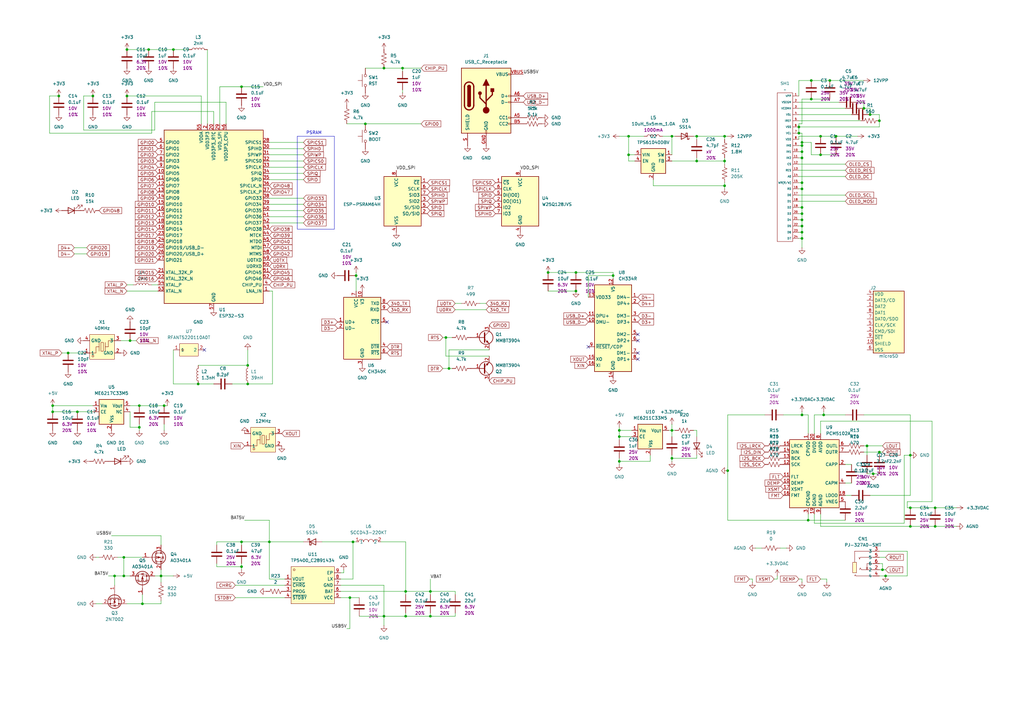
<source format=kicad_sch>
(kicad_sch (version 20231120) (generator "eeschema") (generator_version "8.0")
  (paper "A3")
  (junction (at 157.48 252.73))
  (junction (at 297.18 76.2))
  (junction (at 340.36 33.02))
  (junction (at 332.74 33.02))
  (junction (at 52.07 20.32))
  (junction (at 146.05 113.03))
  (junction (at 224.79 111.76))
  (junction (at 361.95 233.68))
  (junction (at 165.1 27.94))
  (junction (at 328.93 74.93))
  (junction (at 110.49 222.25))
  (junction (at 285.75 66.04))
  (junction (at 328.93 85.09))
  (junction (at 328.93 59.69))
  (junction (at 166.37 242.57))
  (junction (at 336.55 55.88))
  (junction (at 328.93 92.71))
  (junction (at 157.48 27.94))
  (junction (at 184.15 151.13))
  (junction (at 52.07 39.37))
  (junction (at 31.75 168.91))
  (junction (at 236.22 119.38))
  (junction (at 60.96 20.32))
  (junction (at 328.93 62.23))
  (junction (at 360.68 185.42))
  (junction (at 38.1 39.37))
  (junction (at 254 189.23))
  (junction (at 363.22 236.22))
  (junction (at 176.53 252.73))
  (junction (at 66.04 236.22))
  (junction (at 356.87 46.99))
  (junction (at 285.75 55.88))
  (junction (at 101.6 157.48))
  (junction (at 58.42 247.65))
  (junction (at 328.93 95.25))
  (junction (at 21.59 166.37))
  (junction (at 251.46 113.03))
  (junction (at 176.53 242.57))
  (junction (at 149.86 50.8))
  (junction (at 166.37 252.73))
  (junction (at 328.93 170.18))
  (junction (at 50.8 228.6))
  (junction (at 46.99 236.22))
  (junction (at 355.6 182.88))
  (junction (at 57.15 166.37))
  (junction (at 257.81 63.5))
  (junction (at 354.33 44.45))
  (junction (at 328.93 58.42))
  (junction (at 53.34 139.7))
  (junction (at 257.81 55.88))
  (junction (at 71.12 20.32))
  (junction (at 328.93 90.17))
  (junction (at 327.66 54.61))
  (junction (at 328.93 87.63))
  (junction (at 327.66 52.07))
  (junction (at 99.06 35.56))
  (junction (at 337.82 170.18))
  (junction (at 101.6 149.86))
  (junction (at 360.68 49.53))
  (junction (at 57.15 175.26))
  (junction (at 275.59 187.96))
  (junction (at 331.47 213.36))
  (junction (at 297.18 66.04))
  (junction (at 143.51 245.11))
  (junction (at 27.94 144.78))
  (junction (at 336.55 63.5))
  (junction (at 24.13 39.37))
  (junction (at 342.9 55.88))
  (junction (at 328.93 97.79))
  (junction (at 81.28 157.48))
  (junction (at 373.38 186.69))
  (junction (at 254 179.07))
  (junction (at 236.22 111.76))
  (junction (at 99.06 232.41))
  (junction (at 275.59 176.53))
  (junction (at 298.45 193.04))
  (junction (at 99.06 222.25))
  (junction (at 21.59 168.91))
  (junction (at 67.31 166.37))
  (junction (at 275.59 55.88))
  (junction (at 144.78 222.25))
  (junction (at 328.93 77.47))
  (junction (at 332.74 40.64))
  (junction (at 254 176.53))
  (junction (at 373.38 208.28))
  (junction (at 328.93 64.77))
  (junction (at 383.54 215.9))
  (junction (at 182.88 138.43))
  (junction (at 358.14 194.31))
  (junction (at 50.8 236.22))
  (junction (at 297.18 55.88))
  (junction (at 383.54 208.28))
  (junction (at 373.38 215.9))
  (no_connect (at 241.3 142.24))
  (no_connect (at 261.62 144.78))
  (no_connect (at 261.62 137.16))
  (no_connect (at 261.62 139.7))
  (no_connect (at 158.75 132.08))
  (no_connect (at 261.62 147.32))
  (no_connect (at 83.82 143.51))
  (wire (pts (xy 186.69 127) (xy 199.39 127)))
  (wire (pts (xy 320.04 224.79) (xy 322.58 224.79)))
  (wire (pts (xy 144.78 222.25) (xy 146.05 222.25)))
  (wire (pts (xy 285.75 66.04) (xy 285.75 64.77)))
  (wire (pts (xy 331.47 213.36) (xy 346.71 213.36)))
  (wire (pts (xy 124.46 73.66) (xy 110.49 73.66)))
  (wire (pts (xy 327.66 77.47) (xy 328.93 77.47)))
  (wire (pts (xy 275.59 66.04) (xy 285.75 66.04)))
  (wire (pts (xy 360.68 49.53) (xy 360.68 46.99)))
  (wire (pts (xy 275.59 186.69) (xy 275.59 187.96)))
  (wire (pts (xy 297.18 66.04) (xy 285.75 66.04)))
  (wire (pts (xy 110.49 237.49) (xy 116.84 237.49)))
  (wire (pts (xy 176.53 252.73) (xy 186.69 252.73)))
  (wire (pts (xy 71.12 157.48) (xy 81.28 157.48)))
  (wire (pts (xy 63.5 41.91) (xy 63.5 53.34)))
  (wire (pts (xy 67.31 176.53) (xy 67.31 173.99)))
  (wire (pts (xy 370.84 214.63) (xy 370.84 186.69)))
  (wire (pts (xy 63.5 53.34) (xy 34.29 53.34)))
  (wire (pts (xy 88.9 222.25) (xy 99.06 222.25)))
  (wire (pts (xy 328.93 40.64) (xy 328.93 50.8)))
  (wire (pts (xy 355.6 194.31) (xy 358.14 194.31)))
  (wire (pts (xy 92.71 41.91) (xy 63.5 41.91)))
  (wire (pts (xy 356.87 203.2) (xy 373.38 203.2)))
  (wire (pts (xy 285.75 186.69) (xy 285.75 187.96)))
  (wire (pts (xy 327.66 97.79) (xy 328.93 97.79)))
  (wire (pts (xy 360.68 226.06) (xy 372.11 226.06)))
  (wire (pts (xy 328.93 87.63) (xy 328.93 85.09)))
  (wire (pts (xy 328.93 74.93) (xy 328.93 64.77)))
  (wire (pts (xy 360.68 231.14) (xy 361.95 231.14)))
  (wire (pts (xy 257.81 66.04) (xy 257.81 63.5)))
  (wire (pts (xy 383.54 215.9) (xy 392.43 215.9)))
  (wire (pts (xy 298.45 193.04) (xy 298.45 213.36)))
  (wire (pts (xy 297.18 66.04) (xy 297.18 67.31)))
  (wire (pts (xy 370.84 186.69) (xy 373.38 186.69)))
  (wire (pts (xy 327.66 67.31) (xy 346.71 67.31)))
  (wire (pts (xy 186.69 242.57) (xy 176.53 242.57)))
  (wire (pts (xy 257.81 55.88) (xy 264.16 55.88)))
  (wire (pts (xy 360.68 49.53) (xy 360.68 52.07)))
  (wire (pts (xy 336.55 172.72) (xy 382.27 172.72)))
  (wire (pts (xy 373.38 208.28) (xy 383.54 208.28)))
  (wire (pts (xy 336.55 210.82) (xy 336.55 215.9)))
  (wire (pts (xy 110.49 86.36) (xy 124.46 86.36)))
  (wire (pts (xy 52.07 119.38) (xy 64.77 119.38)))
  (wire (pts (xy 101.6 157.48) (xy 95.25 157.48)))
  (wire (pts (xy 307.34 237.49) (xy 308.61 237.49)))
  (wire (pts (xy 271.78 55.88) (xy 275.59 55.88)))
  (wire (pts (xy 60.96 20.32) (xy 71.12 20.32)))
  (wire (pts (xy 146.05 113.03) (xy 146.05 119.38)))
  (wire (pts (xy 327.66 41.91) (xy 344.17 41.91)))
  (wire (pts (xy 34.29 53.34) (xy 34.29 39.37)))
  (wire (pts (xy 82.55 39.37) (xy 52.07 39.37)))
  (wire (pts (xy 25.4 144.78) (xy 27.94 144.78)))
  (wire (pts (xy 176.53 243.84) (xy 176.53 242.57)))
  (wire (pts (xy 111.76 119.38) (xy 111.76 157.48)))
  (wire (pts (xy 328.93 90.17) (xy 328.93 87.63)))
  (wire (pts (xy 63.5 236.22) (xy 66.04 236.22)))
  (wire (pts (xy 361.95 233.68) (xy 363.22 233.68)))
  (wire (pts (xy 46.99 236.22) (xy 46.99 240.03)))
  (wire (pts (xy 346.71 203.2) (xy 349.25 203.2)))
  (wire (pts (xy 140.97 234.95) (xy 140.97 233.68)))
  (wire (pts (xy 373.38 215.9) (xy 383.54 215.9)))
  (wire (pts (xy 21.59 166.37) (xy 21.59 168.91)))
  (wire (pts (xy 67.31 166.37) (xy 68.58 166.37)))
  (wire (pts (xy 27.94 144.78) (xy 34.29 144.78)))
  (wire (pts (xy 275.59 55.88) (xy 275.59 63.5)))
  (wire (pts (xy 50.8 228.6) (xy 58.42 228.6)))
  (wire (pts (xy 71.12 236.22) (xy 66.04 236.22)))
  (wire (pts (xy 346.71 198.12) (xy 349.25 198.12)))
  (wire (pts (xy 336.55 215.9) (xy 373.38 215.9)))
  (wire (pts (xy 334.01 177.8) (xy 334.01 170.18)))
  (wire (pts (xy 52.07 20.32) (xy 60.96 20.32)))
  (wire (pts (xy 284.48 176.53) (xy 285.75 176.53)))
  (wire (pts (xy 101.6 143.51) (xy 101.6 149.86)))
  (wire (pts (xy 327.66 92.71) (xy 328.93 92.71)))
  (wire (pts (xy 328.93 50.8) (xy 327.66 50.8)))
  (wire (pts (xy 284.48 55.88) (xy 285.75 55.88)))
  (wire (pts (xy 81.28 149.86) (xy 101.6 149.86)))
  (wire (pts (xy 275.59 173.99) (xy 275.59 176.53)))
  (wire (pts (xy 327.66 62.23) (xy 328.93 62.23)))
  (wire (pts (xy 66.04 219.71) (xy 66.04 223.52)))
  (wire (pts (xy 297.18 76.2) (xy 297.18 77.47)))
  (wire (pts (xy 132.08 222.25) (xy 144.78 222.25)))
  (wire (pts (xy 254 175.26) (xy 254 176.53)))
  (wire (pts (xy 139.7 245.11) (xy 143.51 245.11)))
  (wire (pts (xy 267.97 76.2) (xy 297.18 76.2)))
  (wire (pts (xy 184.15 151.13) (xy 185.42 151.13)))
  (wire (pts (xy 327.66 82.55) (xy 346.71 82.55)))
  (wire (pts (xy 327.66 64.77) (xy 328.93 64.77)))
  (wire (pts (xy 356.87 46.99) (xy 356.87 44.45)))
  (wire (pts (xy 327.66 74.93) (xy 328.93 74.93)))
  (wire (pts (xy 96.52 240.03) (xy 116.84 240.03)))
  (wire (pts (xy 328.93 168.91) (xy 328.93 170.18)))
  (wire (pts (xy 90.17 35.56) (xy 90.17 50.8)))
  (wire (pts (xy 45.72 219.71) (xy 66.04 219.71)))
  (wire (pts (xy 31.75 168.91) (xy 38.1 168.91)))
  (wire (pts (xy 360.68 233.68) (xy 361.95 233.68)))
  (wire (pts (xy 166.37 242.57) (xy 176.53 242.57)))
  (wire (pts (xy 257.81 63.5) (xy 257.81 55.88)))
  (wire (pts (xy 276.86 55.88) (xy 275.59 55.88)))
  (wire (pts (xy 332.74 40.64) (xy 340.36 40.64)))
  (wire (pts (xy 39.37 247.65) (xy 41.91 247.65)))
  (wire (pts (xy 327.66 95.25) (xy 328.93 95.25)))
  (wire (pts (xy 327.66 69.85) (xy 346.71 69.85)))
  (wire (pts (xy 346.71 190.5) (xy 349.25 190.5)))
  (wire (pts (xy 328.93 95.25) (xy 328.93 92.71)))
  (wire (pts (xy 372.11 236.22) (xy 363.22 236.22)))
  (wire (pts (xy 327.66 55.88) (xy 336.55 55.88)))
  (wire (pts (xy 21.59 168.91) (xy 31.75 168.91)))
  (wire (pts (xy 332.74 33.02) (xy 340.36 33.02)))
  (wire (pts (xy 327.66 33.02) (xy 332.74 33.02)))
  (wire (pts (xy 328.93 97.79) (xy 328.93 101.6)))
  (wire (pts (xy 254 189.23) (xy 254 190.5)))
  (wire (pts (xy 166.37 222.25) (xy 166.37 242.57)))
  (wire (pts (xy 275.59 176.53) (xy 276.86 176.53)))
  (wire (pts (xy 328.93 59.69) (xy 328.93 58.42)))
  (wire (pts (xy 181.61 151.13) (xy 184.15 151.13)))
  (wire (pts (xy 267.97 73.66) (xy 267.97 76.2)))
  (wire (pts (xy 297.18 55.88) (xy 298.45 55.88)))
  (wire (pts (xy 62.23 54.61) (xy 20.32 54.61)))
  (wire (pts (xy 332.74 63.5) (xy 332.74 58.42)))
  (wire (pts (xy 62.23 45.72) (xy 62.23 54.61)))
  (wire (pts (xy 50.8 236.22) (xy 53.34 236.22)))
  (wire (pts (xy 21.59 166.37) (xy 38.1 166.37)))
  (wire (pts (xy 110.49 88.9) (xy 124.46 88.9)))
  (wire (pts (xy 142.24 50.8) (xy 149.86 50.8)))
  (wire (pts (xy 82.55 39.37) (xy 82.55 50.8)))
  (wire (pts (xy 382.27 172.72) (xy 382.27 205.74)))
  (wire (pts (xy 328.93 97.79) (xy 328.93 95.25)))
  (wire (pts (xy 327.66 85.09) (xy 328.93 85.09)))
  (wire (pts (xy 124.46 66.04) (xy 110.49 66.04)))
  (wire (pts (xy 251.46 113.03) (xy 251.46 114.3)))
  (wire (pts (xy 149.86 27.94) (xy 157.48 27.94)))
  (wire (pts (xy 327.66 52.07) (xy 327.66 54.61)))
  (wire (pts (xy 140.97 234.95) (xy 139.7 234.95)))
  (wire (pts (xy 336.55 55.88) (xy 342.9 55.88)))
  (wire (pts (xy 196.85 124.46) (xy 199.39 124.46)))
  (wire (pts (xy 39.37 228.6) (xy 40.64 228.6)))
  (wire (pts (xy 66.04 236.22) (xy 66.04 238.76)))
  (wire (pts (xy 309.88 224.79) (xy 312.42 224.79)))
  (wire (pts (xy 176.53 237.49) (xy 176.53 242.57)))
  (wire (pts (xy 260.35 66.04) (xy 257.81 66.04)))
  (wire (pts (xy 372.11 208.28) (xy 373.38 208.28)))
  (wire (pts (xy 334.01 170.18) (xy 337.82 170.18)))
  (wire (pts (xy 360.68 185.42) (xy 360.68 186.69)))
  (wire (pts (xy 53.34 166.37) (xy 57.15 166.37)))
  (wire (pts (xy 111.76 157.48) (xy 101.6 157.48)))
  (wire (pts (xy 328.93 64.77) (xy 328.93 62.23)))
  (wire (pts (xy 165.1 29.21) (xy 165.1 27.94)))
  (wire (pts (xy 110.49 83.82) (xy 124.46 83.82)))
  (wire (pts (xy 342.9 55.88) (xy 351.79 55.88)))
  (wire (pts (xy 337.82 168.91) (xy 337.82 170.18)))
  (wire (pts (xy 260.35 63.5) (xy 257.81 63.5)))
  (wire (pts (xy 297.18 57.15) (xy 297.18 55.88)))
  (wire (pts (xy 298.45 213.36) (xy 331.47 213.36)))
  (wire (pts (xy 62.23 116.84) (xy 64.77 116.84)))
  (wire (pts (xy 340.36 33.02) (xy 354.33 33.02)))
  (wire (pts (xy 372.11 205.74) (xy 372.11 208.28)))
  (wire (pts (xy 124.46 68.58) (xy 110.49 68.58)))
  (wire (pts (xy 224.79 119.38) (xy 236.22 119.38)))
  (wire (pts (xy 110.49 222.25) (xy 110.49 237.49)))
  (wire (pts (xy 111.76 119.38) (xy 110.49 119.38)))
  (wire (pts (xy 266.7 186.69) (xy 266.7 189.23)))
  (wire (pts (xy 176.53 251.46) (xy 176.53 252.73)))
  (wire (pts (xy 139.7 240.03) (xy 157.48 240.03)))
  (wire (pts (xy 53.34 139.7) (xy 55.88 139.7)))
  (wire (pts (xy 354.33 170.18) (xy 373.38 170.18)))
  (wire (pts (xy 355.6 182.88) (xy 361.95 182.88)))
  (wire (pts (xy 166.37 252.73) (xy 176.53 252.73)))
  (wire (pts (xy 52.07 116.84) (xy 54.61 116.84)))
  (wire (pts (xy 139.7 237.49) (xy 144.78 237.49)))
  (wire (pts (xy 182.88 146.05) (xy 182.88 138.43)))
  (wire (pts (xy 157.48 240.03) (xy 157.48 252.73)))
  (wire (pts (xy 224.79 111.76) (xy 236.22 111.76)))
  (wire (pts (xy 99.06 222.25) (xy 110.49 222.25)))
  (wire (pts (xy 360.68 185.42) (xy 361.95 185.42)))
  (wire (pts (xy 58.42 247.65) (xy 66.04 247.65)))
  (wire (pts (xy 327.66 237.49) (xy 328.93 237.49)))
  (wire (pts (xy 328.93 58.42) (xy 328.93 54.61)))
  (wire (pts (xy 52.07 247.65) (xy 58.42 247.65)))
  (wire (pts (xy 328.93 85.09) (xy 328.93 77.47)))
  (wire (pts (xy 275.59 187.96) (xy 275.59 189.23)))
  (wire (pts (xy 147.32 252.73) (xy 157.48 252.73)))
  (wire (pts (xy 373.38 186.69) (xy 373.38 203.2)))
  (wire (pts (xy 354.33 185.42) (xy 360.68 185.42)))
  (wire (pts (xy 57.15 166.37) (xy 67.31 166.37)))
  (wire (pts (xy 57.15 175.26) (xy 57.15 173.99)))
  (wire (pts (xy 139.7 242.57) (xy 166.37 242.57)))
  (wire (pts (xy 53.34 175.26) (xy 57.15 175.26)))
  (wire (pts (xy 53.34 168.91) (xy 53.34 175.26)))
  (wire (pts (xy 354.33 182.88) (xy 355.6 182.88)))
  (wire (pts (xy 124.46 81.28) (xy 110.49 81.28)))
  (wire (pts (xy 50.8 228.6) (xy 50.8 236.22)))
  (wire (pts (xy 313.69 170.18) (xy 298.45 170.18)))
  (wire (pts (xy 327.66 52.07) (xy 360.68 52.07)))
  (wire (pts (xy 297.18 74.93) (xy 297.18 76.2)))
  (wire (pts (xy 46.99 236.22) (xy 50.8 236.22)))
  (wire (pts (xy 285.75 187.96) (xy 275.59 187.96)))
  (wire (pts (xy 88.9 232.41) (xy 99.06 232.41)))
  (wire (pts (xy 336.55 237.49) (xy 339.09 237.49)))
  (wire (pts (xy 144.78 237.49) (xy 144.78 222.25)))
  (wire (pts (xy 143.51 257.81) (xy 143.51 245.11)))
  (wire (pts (xy 157.48 27.94) (xy 165.1 27.94)))
  (wire (pts (xy 327.66 90.17) (xy 328.93 90.17)))
  (wire (pts (xy 327.66 49.53) (xy 353.06 49.53)))
  (wire (pts (xy 99.06 35.56) (xy 107.95 35.56)))
  (wire (pts (xy 334.01 210.82) (xy 334.01 214.63)))
  (wire (pts (xy 382.27 205.74) (xy 372.11 205.74)))
  (wire (pts (xy 383.54 208.28) (xy 392.43 208.28)))
  (wire (pts (xy 186.69 124.46) (xy 189.23 124.46)))
  (wire (pts (xy 30.48 101.6) (xy 35.56 101.6)))
  (wire (pts (xy 318.77 237.49) (xy 318.77 236.22)))
  (wire (pts (xy 100.33 213.36) (xy 110.49 213.36)))
  (wire (pts (xy 110.49 213.36) (xy 110.49 222.25)))
  (wire (pts (xy 254 189.23) (xy 266.7 189.23)))
  (wire (pts (xy 85.09 20.32) (xy 85.09 50.8)))
  (wire (pts (xy 20.32 54.61) (xy 20.32 39.37)))
  (wire (pts (xy 99.06 232.41) (xy 99.06 233.68)))
  (wire (pts (xy 57.15 176.53) (xy 57.15 175.26)))
  (wire (pts (xy 336.55 63.5) (xy 332.74 63.5)))
  (wire (pts (xy 58.42 243.84) (xy 58.42 247.65)))
  (wire (pts (xy 334.01 214.63) (xy 370.84 214.63)))
  (wire (pts (xy 124.46 71.12) (xy 110.49 71.12)))
  (wire (pts (xy 236.22 111.76) (xy 251.46 111.76)))
  (wire (pts (xy 166.37 243.84) (xy 166.37 242.57)))
  (wire (pts (xy 327.66 44.45) (xy 346.71 44.45)))
  (wire (pts (xy 99.06 222.25) (xy 99.06 223.52)))
  (wire (pts (xy 274.32 176.53) (xy 275.59 176.53)))
  (wire (pts (xy 87.63 45.72) (xy 62.23 45.72)))
  (wire (pts (xy 157.48 252.73) (xy 157.48 256.54)))
  (wire (pts (xy 49.53 139.7) (xy 53.34 139.7)))
  (wire (pts (xy 182.88 138.43) (xy 185.42 138.43)))
  (wire (pts (xy 241.3 113.03) (xy 251.46 113.03)))
  (wire (pts (xy 166.37 251.46) (xy 166.37 252.73)))
  (wire (pts (xy 337.82 170.18) (xy 346.71 170.18)))
  (wire (pts (xy 71.12 20.32) (xy 77.47 20.32)))
  (wire (pts (xy 328.93 62.23) (xy 328.93 59.69)))
  (wire (pts (xy 336.55 63.5) (xy 342.9 63.5)))
  (wire (pts (xy 92.71 50.8) (xy 92.71 41.91)))
  (wire (pts (xy 254 176.53) (xy 259.08 176.53)))
  (wire (pts (xy 327.66 46.99) (xy 349.25 46.99)))
  (wire (pts (xy 142.24 257.81) (xy 143.51 257.81)))
  (wire (pts (xy 355.6 182.88) (xy 355.6 186.69)))
  (wire (pts (xy 336.55 177.8) (xy 336.55 172.72)))
  (wire (pts (xy 372.11 226.06) (xy 372.11 236.22)))
  (wire (pts (xy 254 55.88) (xy 257.81 55.88)))
  (wire (pts (xy 66.04 236.22) (xy 66.04 233.68)))
  (wire (pts (xy 328.93 170.18) (xy 331.47 170.18)))
  (wire (pts (xy 251.46 111.76) (xy 251.46 113.03)))
  (wire (pts (xy 146.05 111.76) (xy 146.05 113.03)))
  (wire (pts (xy 373.38 170.18) (xy 373.38 186.69)))
  (wire (pts (xy 317.5 237.49) (xy 318.77 237.49)))
  (wire (pts (xy 328.93 54.61) (xy 327.66 54.61)))
  (wire (pts (xy 332.74 58.42) (xy 328.93 58.42)))
  (wire (pts (xy 327.66 72.39) (xy 346.71 72.39)))
  (wire (pts (xy 90.17 35.56) (xy 99.06 35.56)))
  (wire (pts (xy 285.75 176.53) (xy 285.75 179.07)))
  (wire (pts (xy 351.79 41.91) (xy 354.33 41.91)))
  (wire (pts (xy 124.46 60.96) (xy 110.49 60.96)))
  (wire (pts (xy 48.26 228.6) (xy 50.8 228.6)))
  (wire (pts (xy 332.74 40.64) (xy 328.93 40.64)))
  (wire (pts (xy 99.06 231.14) (xy 99.06 232.41)))
  (wire (pts (xy 156.21 222.25) (xy 166.37 222.25)))
  (wire (pts (xy 66.04 247.65) (xy 66.04 246.38)))
  (wire (pts (xy 339.09 237.49) (xy 339.09 238.76)))
  (wire (pts (xy 143.51 245.11) (xy 147.32 245.11)))
  (wire (pts (xy 308.61 237.49) (xy 308.61 238.76)))
  (wire (pts (xy 88.9 231.14) (xy 88.9 232.41)))
  (wire (pts (xy 358.14 194.31) (xy 360.68 194.31)))
  (wire (pts (xy 285.75 55.88) (xy 285.75 57.15)))
  (wire (pts (xy 254 176.53) (xy 254 179.07)))
  (wire (pts (xy 327.66 80.01) (xy 346.71 80.01)))
  (wire (pts (xy 356.87 44.45) (xy 354.33 44.45)))
  (wire (pts (xy 44.45 236.22) (xy 46.99 236.22)))
  (wire (pts (xy 328.93 237.49) (xy 328.93 238.76)))
  (wire (pts (xy 360.68 228.6) (xy 363.22 228.6)))
  (wire (pts (xy 124.46 58.42) (xy 110.49 58.42)))
  (wire (pts (xy 87.63 50.8) (xy 87.63 45.72)))
  (wire (pts (xy 328.93 77.47) (xy 328.93 74.93)))
  (wire (pts (xy 254 179.07) (xy 254 180.34)))
  (wire (pts (xy 331.47 170.18) (xy 331.47 177.8)))
  (wire (pts (xy 360.68 46.99) (xy 356.87 46.99)))
  (wire (pts (xy 254 187.96) (xy 254 189.23)))
  (wire (pts (xy 165.1 27.94) (xy 172.72 27.94)))
  (wire (pts (xy 321.31 170.18) (xy 328.93 170.18)))
  (wire (pts (xy 124.46 63.5) (xy 110.49 63.5)))
  (wire (pts (xy 165.1 36.83) (xy 165.1 38.1)))
  (wire (pts (xy 298.45 170.18) (xy 298.45 193.04)))
  (wire (pts (xy 30.48 104.14) (xy 35.56 104.14)))
  (wire (pts (xy 181.61 138.43) (xy 182.88 138.43)))
  (wire (pts (xy 363.22 236.22) (xy 360.68 236.22)))
  (wire (pts (xy 328.93 90.17) (xy 328.93 92.71)))
  (wire (pts (xy 166.37 252.73) (xy 157.48 252.73)))
  (wire (pts (xy 186.69 251.46) (xy 186.69 252.73)))
  (wire (pts (xy 186.69 243.84) (xy 186.69 242.57)))
  (wire (pts (xy 110.49 91.44) (xy 124.46 91.44)))
  (wire (pts (xy 327.66 50.8) (xy 327.66 52.07)))
  (wire (pts (xy 149.86 50.8) (xy 172.72 50.8)))
  (wire (pts (xy 275.59 176.53) (xy 275.59 179.07)))
  (wire (pts (xy 327.66 87.63) (xy 328.93 87.63)))
  (wire (pts (xy 200.66 143.51) (xy 184.15 143.51)))
  (wire (pts (xy 241.3 121.92) (xy 241.3 113.03)))
  (wire (pts (xy 361.95 231.14) (xy 361.95 233.68)))
  (wire (pts (xy 327.66 59.69) (xy 328.93 59.69)))
  (wire (pts (xy 71.12 143.51) (xy 71.12 157.48)))
  (wire (pts (xy 81.28 157.48) (xy 87.63 157.48)))
  (wire (pts (xy 88.9 223.52) (xy 88.9 222.25)))
  (wire (pts (xy 331.47 210.82) (xy 331.47 213.36)))
  (wire (pts (xy 20.32 39.37) (xy 24.13 39.37)))
  (wire (pts (xy 259.08 179.07) (xy 254 179.07)))
  (wire (pts (xy 327.66 39.37) (xy 327.66 33.02)))
  (wire (pts (xy 327.66 55.88) (xy 327.66 57.15)))
  (wire (pts (xy 200.66 146.05) (xy 182.88 146.05)))
  (wire (pts (xy 110.49 222.25) (xy 124.46 222.25)))
  (wire (pts (xy 96.52 245.11) (xy 116.84 245.11)))
  (wire (pts (xy 297.18 64.77) (xy 297.18 66.04)))
  (wire (pts (xy 297.18 55.88) (xy 285.75 55.88)))
  (wire (pts (xy 184.15 143.51) (xy 184.15 151.13)))
  (wire (pts (xy 34.29 39.37) (xy 38.1 39.37)))
  (wire (pts (xy 354.33 41.91) (xy 354.33 44.45)))
  (rectangle (start 121.92 55.88) (end 137.16 93.98))
  (text "PSRAM" (at 128.778 54.61 0) (effects (font (size 1.27 1.27))))
  (label "VDD_SPI" (at 107.95 35.56 0))
  (label "USB5V" (at 214.63 30.48 0))
  (label "VBAT" (at 176.53 237.49 0))
  (label "VDD_SPI" (at 162.56 69.85 0))
  (label "BAT5V" (at 100.33 213.36 180))
  (label "USB5V" (at 45.72 219.71 180))
  (label "VDD_SPI" (at 213.36 69.85 0))
  (label "USB5V" (at 142.24 257.81 180))
  (label "BAT5V" (at 44.45 236.22 180))
  (global_label "GPIO35" (shape input) (at 124.46 86.36 0) (property "Intersheetrefs" "${INTERSHEET_REFS}" (effects (hide yes))))
  (global_label "FLT" (shape input) (at 336.55 237.49 180) (property "Intersheetrefs" "${INTERSHEET_REFS}" (effects (hide yes))))
  (global_label "OLED_MOSI" (shape input) (at 346.71 82.55 0) (property "Intersheetrefs" "${INTERSHEET_REFS}" (effects (hide yes))))
  (global_label "GPIO40" (shape input) (at 110.49 99.06 0) (property "Intersheetrefs" "${INTERSHEET_REFS}" (effects (hide yes))))
  (global_label "GPIO47" (shape input) (at 110.49 78.74 0) (property "Intersheetrefs" "${INTERSHEET_REFS}" (effects (hide yes))))
  (global_label "XTAL_N" (shape input) (at 55.88 139.7 0) (property "Intersheetrefs" "${INTERSHEET_REFS}" (effects (hide yes))))
  (global_label "DTR" (shape input) (at 181.61 151.13 180) (property "Intersheetrefs" "${INTERSHEET_REFS}" (effects (hide yes))))
  (global_label "GPIO19" (shape input) (at 35.56 104.14 0) (property "Intersheetrefs" "${INTERSHEET_REFS}" (effects (hide yes))))
  (global_label "FLT" (shape input) (at 321.31 195.58 180) (property "Intersheetrefs" "${INTERSHEET_REFS}" (effects (hide yes))))
  (global_label "DEMP" (shape input) (at 327.66 237.49 180) (property "Intersheetrefs" "${INTERSHEET_REFS}" (effects (hide yes))))
  (global_label "GPIO1" (shape input) (at 64.77 60.96 180) (property "Intersheetrefs" "${INTERSHEET_REFS}" (effects (hide yes))))
  (global_label "XIN" (shape input) (at 241.3 149.86 180) (property "Intersheetrefs" "${INTERSHEET_REFS}" (effects (hide yes))))
  (global_label "SPIQ" (shape input) (at 203.2 82.55 180) (property "Intersheetrefs" "${INTERSHEET_REFS}" (effects (hide yes))))
  (global_label "SPIWP" (shape input) (at 203.2 85.09 180) (property "Intersheetrefs" "${INTERSHEET_REFS}" (effects (hide yes))))
  (global_label "GPIO38" (shape input) (at 110.49 93.98 0) (property "Intersheetrefs" "${INTERSHEET_REFS}" (effects (hide yes))))
  (global_label "GPIO4" (shape input) (at 64.77 68.58 180) (property "Intersheetrefs" "${INTERSHEET_REFS}" (effects (hide yes))))
  (global_label "I2S_BCK" (shape input) (at 313.69 187.96 180) (property "Intersheetrefs" "${INTERSHEET_REFS}" (effects (hide yes))))
  (global_label "SPIQ" (shape input) (at 124.46 71.12 0) (property "Intersheetrefs" "${INTERSHEET_REFS}" (effects (hide yes))))
  (global_label "D3-" (shape input) (at 138.43 134.62 180) (property "Intersheetrefs" "${INTERSHEET_REFS}" (effects (hide yes))))
  (global_label "XSMT" (shape input) (at 321.31 200.66 180) (property "Intersheetrefs" "${INTERSHEET_REFS}" (effects (hide yes))))
  (global_label "STDBY" (shape input) (at 96.52 245.11 180) (property "Intersheetrefs" "${INTERSHEET_REFS}" (effects (hide yes))))
  (global_label "GPIO48" (shape input) (at 40.64 86.36 0) (property "Intersheetrefs" "${INTERSHEET_REFS}" (effects (hide yes))))
  (global_label "XOUT" (shape input) (at 115.57 177.8 0) (property "Intersheetrefs" "${INTERSHEET_REFS}" (effects (hide yes))))
  (global_label "GPIO20" (shape input) (at 35.56 101.6 0) (property "Intersheetrefs" "${INTERSHEET_REFS}" (effects (hide yes))))
  (global_label "USB_D+" (shape input) (at 214.63 39.37 0) (property "Intersheetrefs" "${INTERSHEET_REFS}" (effects (hide yes))))
  (global_label "I2S_DIN" (shape input) (at 313.69 185.42 180) (property "Intersheetrefs" "${INTERSHEET_REFS}" (effects (hide yes))))
  (global_label "GPIO2" (shape input) (at 64.77 63.5 180) (property "Intersheetrefs" "${INTERSHEET_REFS}" (effects (hide yes))))
  (global_label "340_TX" (shape input) (at 158.75 124.46 0) (property "Intersheetrefs" "${INTERSHEET_REFS}" (effects (hide yes))))
  (global_label "SPID" (shape input) (at 175.26 85.09 0) (property "Intersheetrefs" "${INTERSHEET_REFS}" (effects (hide yes))))
  (global_label "FMT" (shape input) (at 321.31 203.2 180) (property "Intersheetrefs" "${INTERSHEET_REFS}" (effects (hide yes))))
  (global_label "GPIO7" (shape input) (at 64.77 76.2 180) (property "Intersheetrefs" "${INTERSHEET_REFS}" (effects (hide yes))))
  (global_label "GPIO11" (shape input) (at 64.77 86.36 180) (property "Intersheetrefs" "${INTERSHEET_REFS}" (effects (hide yes))))
  (global_label "USB_D+" (shape input) (at 241.3 129.54 180) (property "Intersheetrefs" "${INTERSHEET_REFS}" (effects (hide yes))))
  (global_label "FMT" (shape input) (at 307.34 237.49 180) (property "Intersheetrefs" "${INTERSHEET_REFS}" (effects (hide yes))))
  (global_label "GPIO9" (shape input) (at 64.77 81.28 180) (property "Intersheetrefs" "${INTERSHEET_REFS}" (effects (hide yes))))
  (global_label "GPIO45" (shape input) (at 110.49 111.76 0) (property "Intersheetrefs" "${INTERSHEET_REFS}" (effects (hide yes))))
  (global_label "SPIWP" (shape input) (at 124.46 63.5 0) (property "Intersheetrefs" "${INTERSHEET_REFS}" (effects (hide yes))))
  (global_label "D3+" (shape input) (at 138.43 132.08 180) (property "Intersheetrefs" "${INTERSHEET_REFS}" (effects (hide yes))))
  (global_label "GPIO6" (shape input) (at 64.77 73.66 180) (property "Intersheetrefs" "${INTERSHEET_REFS}" (effects (hide yes))))
  (global_label "340_RX" (shape input) (at 158.75 127 0) (property "Intersheetrefs" "${INTERSHEET_REFS}" (effects (hide yes))))
  (global_label "I2S_SCK" (shape input) (at 313.69 190.5 180) (property "Intersheetrefs" "${INTERSHEET_REFS}" (effects (hide yes))))
  (global_label "GPIO0" (shape input) (at 64.77 58.42 180) (property "Intersheetrefs" "${INTERSHEET_REFS}" (effects (hide yes))))
  (global_label "D4+" (shape input) (at 261.62 124.46 0) (property "Intersheetrefs" "${INTERSHEET_REFS}" (effects (hide yes))))
  (global_label "SPICS1" (shape input) (at 124.46 58.42 0) (property "Intersheetrefs" "${INTERSHEET_REFS}" (effects (hide yes))))
  (global_label "GPIO0" (shape input) (at 172.72 50.8 0) (property "Intersheetrefs" "${INTERSHEET_REFS}" (effects (hide yes))))
  (global_label "DEMP" (shape input) (at 321.31 198.12 180) (property "Intersheetrefs" "${INTERSHEET_REFS}" (effects (hide yes))))
  (global_label "ROUT" (shape input) (at 363.22 228.6 0) (property "Intersheetrefs" "${INTERSHEET_REFS}" (effects (hide yes))))
  (global_label "SPICS0" (shape input) (at 124.46 66.04 0) (property "Intersheetrefs" "${INTERSHEET_REFS}" (effects (hide yes))))
  (global_label "OLED_RES" (shape input) (at 346.71 69.85 0) (property "Intersheetrefs" "${INTERSHEET_REFS}" (effects (hide yes))))
  (global_label "SPIWP" (shape input) (at 175.26 82.55 0) (property "Intersheetrefs" "${INTERSHEET_REFS}" (effects (hide yes))))
  (global_label "GPIO8" (shape input) (at 64.77 78.74 180) (property "Intersheetrefs" "${INTERSHEET_REFS}" (effects (hide yes))))
  (global_label "XOUT" (shape input) (at 241.3 147.32 180) (property "Intersheetrefs" "${INTERSHEET_REFS}" (effects (hide yes))))
  (global_label "U0TX" (shape input) (at 110.49 106.68 0) (property "Intersheetrefs" "${INTERSHEET_REFS}" (effects (hide yes))))
  (global_label "USB_D-" (shape input) (at 241.3 132.08 180) (property "Intersheetrefs" "${INTERSHEET_REFS}" (effects (hide yes))))
  (global_label "CHIP_PU" (shape input) (at 200.66 156.21 0) (property "Intersheetrefs" "${INTERSHEET_REFS}" (effects (hide yes))))
  (global_label "GPIO12" (shape input) (at 64.77 88.9 180) (property "Intersheetrefs" "${INTERSHEET_REFS}" (effects (hide yes))))
  (global_label "D4-" (shape input) (at 261.62 121.92 0) (property "Intersheetrefs" "${INTERSHEET_REFS}" (effects (hide yes))))
  (global_label "CHIP_PU" (shape input) (at 172.72 27.94 0) (property "Intersheetrefs" "${INTERSHEET_REFS}" (effects (hide yes))))
  (global_label "DTR" (shape input) (at 158.75 142.24 0) (property "Intersheetrefs" "${INTERSHEET_REFS}" (effects (hide yes))))
  (global_label "LOUT" (shape input) (at 363.22 233.68 0) (property "Intersheetrefs" "${INTERSHEET_REFS}" (effects (hide yes))))
  (global_label "GPIO17" (shape input) (at 64.77 96.52 180) (property "Intersheetrefs" "${INTERSHEET_REFS}" (effects (hide yes))))
  (global_label "GPIO18" (shape input) (at 64.77 99.06 180) (property "Intersheetrefs" "${INTERSHEET_REFS}" (effects (hide yes))))
  (global_label "CHRG" (shape input) (at 96.52 240.03 180) (property "Intersheetrefs" "${INTERSHEET_REFS}" (effects (hide yes))))
  (global_label "SPICS1" (shape input) (at 175.26 74.93 0) (property "Intersheetrefs" "${INTERSHEET_REFS}" (effects (hide yes))))
  (global_label "RTS" (shape input) (at 181.61 138.43 180) (property "Intersheetrefs" "${INTERSHEET_REFS}" (effects (hide yes))))
  (global_label "SPICLK" (shape input) (at 124.46 68.58 0) (property "Intersheetrefs" "${INTERSHEET_REFS}" (effects (hide yes))))
  (global_label "CHIP_PU" (shape input) (at 110.49 116.84 0) (property "Intersheetrefs" "${INTERSHEET_REFS}" (effects (hide yes))))
  (global_label "340_TX" (shape input) (at 199.39 127 0) (property "Intersheetrefs" "${INTERSHEET_REFS}" (effects (hide yes))))
  (global_label "GPIO10" (shape input) (at 64.77 83.82 180) (property "Intersheetrefs" "${INTERSHEET_REFS}" (effects (hide yes))))
  (global_label "SPICLK" (shape input) (at 203.2 77.47 180) (property "Intersheetrefs" "${INTERSHEET_REFS}" (effects (hide yes))))
  (global_label "D3-" (shape input) (at 261.62 129.54 0) (property "Intersheetrefs" "${INTERSHEET_REFS}" (effects (hide yes))))
  (global_label "XTAL_N" (shape input) (at 52.07 119.38 180) (property "Intersheetrefs" "${INTERSHEET_REFS}" (effects (hide yes))))
  (global_label "D3+" (shape input) (at 261.62 132.08 0) (property "Intersheetrefs" "${INTERSHEET_REFS}" (effects (hide yes))))
  (global_label "RTS" (shape input) (at 158.75 144.78 0) (property "Intersheetrefs" "${INTERSHEET_REFS}" (effects (hide yes))))
  (global_label "GPIO19" (shape input) (at 64.77 101.6 180) (property "Intersheetrefs" "${INTERSHEET_REFS}" (effects (hide yes))))
  (global_label "XTAL_P" (shape input) (at 25.4 144.78 180) (property "Intersheetrefs" "${INTERSHEET_REFS}" (effects (hide yes))))
  (global_label "GPIO5" (shape input) (at 64.77 71.12 180) (property "Intersheetrefs" "${INTERSHEET_REFS}" (effects (hide yes))))
  (global_label "GPIO34" (shape input) (at 124.46 83.82 0) (property "Intersheetrefs" "${INTERSHEET_REFS}" (effects (hide yes))))
  (global_label "SPICLK" (shape input) (at 175.26 77.47 0) (property "Intersheetrefs" "${INTERSHEET_REFS}" (effects (hide yes))))
  (global_label "GPIO0" (shape input) (at 200.66 133.35 0) (property "Intersheetrefs" "${INTERSHEET_REFS}" (effects (hide yes))))
  (global_label "U0RX" (shape input) (at 110.49 109.22 0) (property "Intersheetrefs" "${INTERSHEET_REFS}" (effects (hide yes))))
  (global_label "SPICS0" (shape input) (at 203.2 74.93 180) (property "Intersheetrefs" "${INTERSHEET_REFS}" (effects (hide yes))))
  (global_label "D4-" (shape input) (at 30.48 104.14 180) (property "Intersheetrefs" "${INTERSHEET_REFS}" (effects (hide yes))))
  (global_label "GPIO42" (shape input) (at 110.49 104.14 0) (property "Intersheetrefs" "${INTERSHEET_REFS}" (effects (hide yes))))
  (global_label "XTAL_P" (shape input) (at 52.07 116.84 180) (property "Intersheetrefs" "${INTERSHEET_REFS}" (effects (hide yes))))
  (global_label "SPID" (shape input) (at 203.2 80.01 180) (property "Intersheetrefs" "${INTERSHEET_REFS}" (effects (hide yes))))
  (global_label "ROUT" (shape input) (at 361.95 185.42 0) (property "Intersheetrefs" "${INTERSHEET_REFS}" (effects (hide yes))))
  (global_label "GPIO37" (shape input) (at 124.46 91.44 0) (property "Intersheetrefs" "${INTERSHEET_REFS}" (effects (hide yes))))
  (global_label "U0TX" (shape input) (at 186.69 124.46 180) (property "Intersheetrefs" "${INTERSHEET_REFS}" (effects (hide yes))))
  (global_label "OLED_DC" (shape input) (at 346.71 72.39 0) (property "Intersheetrefs" "${INTERSHEET_REFS}" (effects (hide yes))))
  (global_label "GPIO16" (shape input) (at 64.77 114.3 180) (property "Intersheetrefs" "${INTERSHEET_REFS}" (effects (hide yes))))
  (global_label "LOUT" (shape input) (at 361.95 182.88 0) (property "Intersheetrefs" "${INTERSHEET_REFS}" (effects (hide yes))))
  (global_label "SPIHD" (shape input) (at 175.26 80.01 0) (property "Intersheetrefs" "${INTERSHEET_REFS}" (effects (hide yes))))
  (global_label "SPID" (shape input) (at 124.46 73.66 0) (property "Intersheetrefs" "${INTERSHEET_REFS}" (effects (hide yes))))
  (global_label "U0RX" (shape input) (at 186.69 127 180) (property "Intersheetrefs" "${INTERSHEET_REFS}" (effects (hide yes))))
  (global_label "XSMT" (shape input) (at 317.5 237.49 180) (property "Intersheetrefs" "${INTERSHEET_REFS}" (effects (hide yes))))
  (global_label "GPIO36" (shape input) (at 124.46 88.9 0) (property "Intersheetrefs" "${INTERSHEET_REFS}" (effects (hide yes))))
  (global_label "GPIO15" (shape input) (at 64.77 111.76 180) (property "Intersheetrefs" "${INTERSHEET_REFS}" (effects (hide yes))))
  (global_label "GPIO3" (shape input) (at 64.77 66.04 180) (property "Intersheetrefs" "${INTERSHEET_REFS}" (effects (hide yes))))
  (global_label "SPIHD" (shape input) (at 124.46 60.96 0) (property "Intersheetrefs" "${INTERSHEET_REFS}" (effects (hide yes))))
  (global_label "USB_D-" (shape input) (at 214.63 41.91 0) (property "Intersheetrefs" "${INTERSHEET_REFS}" (effects (hide yes))))
  (global_label "OLED_CS" (shape input) (at 346.71 67.31 0) (property "Intersheetrefs" "${INTERSHEET_REFS}" (effects (hide yes))))
  (global_label "OLED_SCL" (shape input) (at 346.71 80.01 0) (property "Intersheetrefs" "${INTERSHEET_REFS}" (effects (hide yes))))
  (global_label "GPIO33" (shape input) (at 124.46 81.28 0) (property "Intersheetrefs" "${INTERSHEET_REFS}" (effects (hide yes))))
  (global_label "XIN" (shape input) (at 100.33 182.88 180) (property "Intersheetrefs" "${INTERSHEET_REFS}" (effects (hide yes))))
  (global_label "GPIO21" (shape input) (at 64.77 106.68 180) (property "Intersheetrefs" "${INTERSHEET_REFS}" (effects (hide yes))))
  (global_label "D4+" (shape input) (at 30.48 101.6 180) (property "Intersheetrefs" "${INTERSHEET_REFS}" (effects (hide yes))))
  (global_label "GPIO41" (shape input) (at 110.49 101.6 0) (property "Intersheetrefs" "${INTERSHEET_REFS}" (effects (hide yes))))
  (global_label "340_RX" (shape input) (at 199.39 124.46 0) (property "Intersheetrefs" "${INTERSHEET_REFS}" (effects (hide yes))))
  (global_label "GPIO46" (shape input) (at 110.49 114.3 0) (property "Intersheetrefs" "${INTERSHEET_REFS}" (effects (hide yes))))
  (global_label "GPIO13" (shape input) (at 64.77 91.44 180) (property "Intersheetrefs" "${INTERSHEET_REFS}" (effects (hide yes))))
  (global_label "GPIO20" (shape input) (at 64.77 104.14 180) (property "Intersheetrefs" "${INTERSHEET_REFS}" (effects (hide yes))))
  (global_label "I2S_LRCK" (shape input) (at 313.69 182.88 180) (property "Intersheetrefs" "${INTERSHEET_REFS}" (effects (hide yes))))
  (global_label "GPIO39" (shape input) (at 110.49 96.52 0) (property "Intersheetrefs" "${INTERSHEET_REFS}" (effects (hide yes))))
  (global_label "SPIHD" (shape input) (at 203.2 87.63 180) (property "Intersheetrefs" "${INTERSHEET_REFS}" (effects (hide yes))))
  (global_label "SPIQ" (shape input) (at 175.26 87.63 0) (property "Intersheetrefs" "${INTERSHEET_REFS}" (effects (hide yes))))
  (global_label "GPIO14" (shape input) (at 64.77 93.98 180) (property "Intersheetrefs" "${INTERSHEET_REFS}" (effects (hide yes))))
  (global_label "GPIO48" (shape input) (at 110.49 76.2 0) (property "Intersheetrefs" "${INTERSHEET_REFS}" (effects (hide yes))))
  (symbol (lib_name "GND_1") (lib_id "power:GND") (at 328.93 101.6 0) (unit 1)
    (property "Reference" "#PWR04" (effects (hide yes)))
    (property "Value" "GND" (at 328.93 106.68 0))
    (property "Description" "Power symbol creates a global label with name \"GND\" , ground" (effects (hide yes)))
  )
  (symbol (lib_name "GND_1") (lib_id "power:GND") (at 297.18 77.47 0) (unit 1)
    (property "Reference" "#PWR054" (effects (hide yes)))
    (property "Value" "GND" (at 297.18 82.55 0))
    (property "Description" "Power symbol creates a global label with name \"GND\" , ground" (effects (hide yes)))
  )
  (symbol (lib_id "SparkFun-Capacitor:2.2uF_0603_10V_20%") (at 346.71 209.55 0) (unit 1)
    (property "Reference" "C30" (at 350.52 205.7399 0) (effects (justify left)))
    (property "Value" "2.2uF" (at 350.52 208.2799 0) (effects (justify left)))
    (property "Footprint" "SparkFun-Capacitor:C_0603_1608Metric" (effects (hide yes)))
    (property "Datasheet" "https://cdn.sparkfun.com/assets/8/a/4/a/5/Kemet_Capacitor_Datasheet.pdf" (effects (hide yes)))
    (property "Description" "Unpolarized capacitor" (effects (hide yes)))
    (property "PROD_ID" "CAP-07888" (effects (hide yes)))
    (property "Voltage" "10V" (at 350.52 210.8199 0) (effects (justify left)))
    (property "Tolerance" "20%" (at 350.52 213.3599 0) (effects (justify left)))
  )
  (symbol (lib_id "Device:L") (at 81.28 20.32 90) (unit 1)
    (property "Reference" "L3" (at 81.28 15.24 90))
    (property "Value" "2nH" (at 81.28 17.78 90))
    (property "Footprint" "Inductor_SMD:L_0402_1005Metric" (effects (hide yes)))
  )
  (symbol (lib_name "GND_5") (lib_id "power:GND") (at 24.13 46.99 0) (unit 1)
    (property "Reference" "#PWR014" (effects (hide yes)))
    (property "Value" "GND" (at 24.13 52.07 0))
    (property "Description" "Power symbol creates a global label with name \"GND\" , ground" (effects (hide yes)))
  )
  (symbol (lib_id "Memory_RAM:ESP-PSRAM32") (at 165.1 82.55 0) (unit 1)
    (property "Reference" "U3" (at 156.21 81.2799 0) (effects (justify right)))
    (property "Value" "ESP-PSRAM64H" (at 156.21 83.8199 0) (effects (justify right)))
    (property "Footprint" "Package_SO:SOIC-8_3.9x4.9mm_P1.27mm" (effects (hide yes)))
    (property "Datasheet" "https://www.espressif.com/sites/default/files/documentation/esp-psram32_datasheet_en.pdf" (effects (hide yes)))
    (property "Description" "32 Mbit serial pseudo SRAM device organized as 4Mx8 bits, 1.8 VCC, SOIC8 (SOP8)" (effects (hide yes)))
  )
  (symbol (lib_id "Device:L") (at 81.28 153.67 180) (unit 1)
    (property "Reference" "L2" (at 82.55 152.4 0) (effects (justify right)))
    (property "Value" "1.3nH" (at 82.55 154.94 0) (effects (justify right)))
    (property "Footprint" "Inductor_SMD:L_0402_1005Metric" (effects (hide yes)))
  )
  (symbol (lib_id "power:+3.3VDAC") (at 337.82 168.91 0) (unit 1)
    (property "Reference" "#PWR057" (effects (hide yes)))
    (property "Value" "+3.3VDAC" (at 337.82 163.83 0))
    (property "Description" "Power symbol creates a global label with name \"+3.3VDAC\"" (effects (hide yes)))
  )
  (symbol (lib_id "SparkFun-Capacitor:4.7uF_0603_35V_20%") (at 340.36 36.83 0) (unit 1)
    (property "Reference" "C4" (at 344.17 33.0199 0) (effects (justify left)))
    (property "Value" "4.7uF" (at 344.17 35.5599 0) (effects (justify left)))
    (property "Footprint" "SparkFun-Capacitor:C_0603_1608Metric" (effects (hide yes)))
    (property "Datasheet" "https://cdn.sparkfun.com/assets/8/a/4/a/5/Kemet_Capacitor_Datasheet.pdf" (effects (hide yes)))
    (property "Description" "Unpolarized capacitor" (effects (hide yes)))
    (property "PROD_ID" "CAP-14106" (effects (hide yes)))
    (property "Voltage" "35V" (at 344.17 38.0999 0) (effects (justify left)))
    (property "Tolerance" "20%" (at 344.17 40.6399 0) (effects (justify left)))
  )
  (symbol (lib_id "Interface_USB:CH340K") (at 148.59 134.62 0) (unit 1)
    (property "Reference" "U6" (at 150.7841 149.86 0) (effects (justify left)))
    (property "Value" "CH340K" (at 150.7841 152.4 0) (effects (justify left)))
    (property "Footprint" "Package_SO:SSOP-10-1EP_3.9x4.9mm_P1mm_EP2.1x3.3mm" (effects (hide yes)))
    (property "Datasheet" "https://cdn.sparkfun.com/assets/5/0/a/8/5/CH340DS1.PDF" (effects (hide yes)))
    (property "Description" "USB serial converter, UART, SSOP-10" (effects (hide yes)))
  )
  (symbol (lib_id "Switch:SW_Push") (at 149.86 55.88 90) (unit 1)
    (property "Reference" "SW2" (at 151.13 54.6099 90) (effects (justify right)))
    (property "Value" "BOOT" (at 151.13 57.1499 90) (effects (justify right)))
    (property "Description" "Push button switch, generic, two pins" (effects (hide yes)))
  )
  (symbol (lib_id "SparkFun-Capacitor:22uF_0603_6.3V_20%") (at 186.69 247.65 0) (unit 1)
    (property "Reference" "C41" (at 190.5 243.8399 0) (effects (justify left)))
    (property "Value" "22uF" (at 190.5 246.3799 0) (effects (justify left)))
    (property "Footprint" "SparkFun-Capacitor:C_0603_1608Metric" (effects (hide yes)))
    (property "Datasheet" "https://cdn.sparkfun.com/assets/8/a/4/a/5/Kemet_Capacitor_Datasheet.pdf" (effects (hide yes)))
    (property "Description" "Unpolarized capacitor" (effects (hide yes)))
    (property "PROD_ID" "CAP-14464" (effects (hide yes)))
    (property "Voltage" "6.3V" (at 190.5 248.9199 0) (effects (justify left)))
    (property "Tolerance" "20%" (at 190.5 251.4599 0) (effects (justify left)))
  )
  (symbol (lib_name "GND_5") (lib_id "power:GND") (at 99.06 43.18 0) (unit 1)
    (property "Reference" "#PWR015" (effects (hide yes)))
    (property "Value" "GND" (at 99.06 48.26 0))
    (property "Description" "Power symbol creates a global label with name \"GND\" , ground" (effects (hide yes)))
  )
  (symbol (lib_id "SparkFun-Resistor:470_0603") (at 350.52 182.88 0) (unit 1)
    (property "Reference" "R13" (at 350.52 176.53 0))
    (property "Value" "470" (at 350.52 179.07 0))
    (property "Footprint" "SparkFun-Resistor:R_0603_1608Metric" (effects (hide yes)))
    (property "Datasheet" "https://www.vishay.com/docs/20035/dcrcwe3.pdf" (effects (hide yes)))
    (property "Description" "Resistor" (effects (hide yes)))
    (property "PROD_ID" "RES-07869" (effects (hide yes)))
  )
  (symbol (lib_id "SparkFun-Capacitor:0.1uF_0402_10V_10%") (at 71.12 24.13 0) (unit 1)
    (property "Reference" "C9" (at 74.93 20.3199 0) (effects (justify left)))
    (property "Value" "0.1uF" (at 74.93 22.8599 0) (effects (justify left)))
    (property "Footprint" "SparkFun-Capacitor:C_0402_1005Metric" (effects (hide yes)))
    (property "Datasheet" "https://cdn.sparkfun.com/assets/8/a/4/a/5/Kemet_Capacitor_Datasheet.pdf" (effects (hide yes)))
    (property "Description" "Unpolarized capacitor" (effects (hide yes)))
    (property "PROD_ID" "CAP-15083" (effects (hide yes)))
    (property "Voltage" "10V" (at 74.93 25.3999 0) (effects (justify left)))
    (property "Tolerance" "10%" (at 74.93 27.9399 0) (effects (justify left)))
  )
  (symbol (lib_id "SparkFun-Resistor:330_0603") (at 66.04 242.57 90) (unit 1)
    (property "Reference" "R22" (at 68.58 241.2999 90) (effects (justify right)))
    (property "Value" "330" (at 68.58 243.8399 90) (effects (justify right)))
    (property "Footprint" "SparkFun-Resistor:R_0603_1608Metric" (effects (hide yes)))
    (property "Datasheet" "https://www.vishay.com/docs/20035/dcrcwe3.pdf" (effects (hide yes)))
    (property "Description" "Resistor" (effects (hide yes)))
    (property "PROD_ID" "RES-00818" (effects (hide yes)))
  )
  (symbol (lib_id "power:+3V3") (at 351.79 55.88 270) (unit 1)
    (property "Reference" "#PWR052" (effects (hide yes)))
    (property "Value" "+3V3" (at 355.6 55.8799 90) (effects (justify left)))
    (property "Description" "Power symbol creates a global label with name \"+3V3\"" (effects (hide yes)))
  )
  (symbol (lib_id "SparkFun-Capacitor:10uF_0402_6.3V_20%") (at 21.59 172.72 0) (unit 1)
    (property "Reference" "C16" (at 25.4 168.9099 0) (effects (justify left)))
    (property "Value" "10uF" (at 25.4 171.4499 0) (effects (justify left)))
    (property "Footprint" "SparkFun-Capacitor:C_0402_1005Metric" (effects (hide yes)))
    (property "Datasheet" "https://cdn.sparkfun.com/assets/8/a/4/a/5/Kemet_Capacitor_Datasheet.pdf" (effects (hide yes)))
    (property "Description" "Unpolarized capacitor" (effects (hide yes)))
    (property "PROD_ID" "CAP-14848" (effects (hide yes)))
    (property "Voltage" "6.3V" (at 25.4 173.9899 0) (effects (justify left)))
    (property "Tolerance" "20%" (at 25.4 176.5299 0) (effects (justify left)))
  )
  (symbol (lib_id "SparkFun-Resistor:4.7k_0402") (at 189.23 151.13 180) (unit 1)
    (property "Reference" "R9" (at 189.23 144.78 0))
    (property "Value" "4.7k" (at 189.23 147.32 0))
    (property "Footprint" "SparkFun-Resistor:R_0402_1005Metric" (effects (hide yes)))
    (property "Datasheet" "https://www.vishay.com/docs/20035/dcrcwe3.pdf" (effects (hide yes)))
    (property "Description" "Resistor" (effects (hide yes)))
    (property "PROD_ID" "RES-15343" (effects (hide yes)))
  )
  (symbol (lib_name "GND_6") (lib_id "power:GND") (at 52.07 189.23 90) (unit 1)
    (property "Reference" "#PWR031" (effects (hide yes)))
    (property "Value" "GND" (at 55.88 189.2299 90) (effects (justify right)))
    (property "Description" "Power symbol creates a global label with name \"GND\" , ground" (effects (hide yes)))
  )
  (symbol (lib_id "power:+3V3") (at 68.58 166.37 0) (unit 1)
    (property "Reference" "#PWR030" (effects (hide yes)))
    (property "Value" "+3V3" (at 68.58 161.29 0))
    (property "Description" "Power symbol creates a global label with name \"+3V3\"" (effects (hide yes)))
  )
  (symbol (lib_id "SparkFun-LED:LED") (at 48.26 189.23 180) (unit 1)
    (property "Reference" "D1" (at 49.8475 181.61 0))
    (property "Value" "LED" (at 49.8475 184.15 0))
    (property "Footprint" "SparkFun-LED:LED_0603_1608Metric" (effects (hide yes)))
    (property "Description" "Light emitting diode" (effects (hide yes)))
    (property "PROD_ID" "LED-" (effects (hide yes)))
  )
  (symbol (lib_name "GND_4") (lib_id "power:GND") (at 71.12 27.94 0) (unit 1)
    (property "Reference" "#PWR08" (effects (hide yes)))
    (property "Value" "GND" (at 71.12 33.02 0))
    (property "Description" "Power symbol creates a global label with name \"GND\" , ground" (effects (hide yes)))
  )
  (symbol (lib_id "easyeda2kicad:RFANT5220110A0T") (at 77.47 143.51 0) (unit 1)
    (property "Reference" "U7" (at 77.47 135.89 0))
    (property "Value" "RFANT5220110A0T" (at 77.47 138.43 0))
    (property "Footprint" "easyeda2kicad:FILTER-SMD_L5.2-W2.0-L" (effects (hide yes)))
    (property "Datasheet" "https://lcsc.com/product-detail/RF-Filters_RFANT5220110A0T_C127611.html" (effects (hide yes)))
    (property "LCSC Part" "C127611" (effects (hide yes)))
  )
  (symbol (lib_name "GND_5") (lib_id "power:GND") (at 52.07 46.99 0) (unit 1)
    (property "Reference" "#PWR010" (effects (hide yes)))
    (property "Value" "GND" (at 52.07 52.07 0))
    (property "Description" "Power symbol creates a global label with name \"GND\" , ground" (effects (hide yes)))
  )
  (symbol (lib_id "easyeda2kicad:PJ-327A0-SMT") (at 355.6 231.14 0) (unit 1)
    (property "Reference" "CN1" (at 353.95 220.98 0))
    (property "Value" "PJ-327A0-SMT" (at 353.95 223.52 0))
    (property "Footprint" "easyeda2kicad:AUDIO-SMD_PJ-327A0-SMT" (effects (hide yes)))
    (property "Datasheet" "https://lcsc.com/product-detail/Audio-Video-Connectors_XKB-Enterprise-PJ-327A0-SMT_C381135.html" (effects (hide yes)))
    (property "LCSC Part" "C381135" (effects (hide yes)))
  )
  (symbol (lib_id "SparkFun-Capacitor:0.1uF_0603_25V_20%") (at 166.37 247.65 0) (unit 1)
    (property "Reference" "C42" (at 170.18 243.8399 0) (effects (justify left)))
    (property "Value" "0.1uF" (at 170.18 246.3799 0) (effects (justify left)))
    (property "Footprint" "SparkFun-Capacitor:C_0603_1608Metric" (effects (hide yes)))
    (property "Datasheet" "https://cdn.sparkfun.com/assets/8/a/4/a/5/Kemet_Capacitor_Datasheet.pdf" (effects (hide yes)))
    (property "Description" "Unpolarized capacitor" (effects (hide yes)))
    (property "PROD_ID" "CAP-00810" (effects (hide yes)))
    (property "Voltage" "25V" (at 170.18 248.9199 0) (effects (justify left)))
    (property "Tolerance" "20%" (at 170.18 251.4599 0) (effects (justify left)))
  )
  (symbol (lib_id "power:GND") (at 222.25 50.8 90) (unit 1)
    (property "Reference" "#PWR023" (effects (hide yes)))
    (property "Value" "GND" (at 226.06 50.7999 90) (effects (justify right)))
    (property "Description" "Power symbol creates a global label with name \"GND\" , ground" (effects (hide yes)))
  )
  (symbol (lib_name "GND_6") (lib_id "power:GND") (at 87.63 127 0) (unit 1)
    (property "Reference" "#PWR016" (effects (hide yes)))
    (property "Value" "GND" (at 81.28 132.08 0))
    (property "Description" "Power symbol creates a global label with name \"GND\" , ground" (effects (hide yes)))
  )
  (symbol (lib_name "GND_6") (lib_id "power:GND") (at 67.31 176.53 0) (unit 1)
    (property "Reference" "#PWR029" (effects (hide yes)))
    (property "Value" "GND" (at 67.31 181.61 0))
    (property "Description" "Power symbol creates a global label with name \"GND\" , ground" (effects (hide yes)))
  )
  (symbol (lib_id "SparkFun-Capacitor:22uF_0603_6.3V_20%") (at 176.53 247.65 0) (unit 1)
    (property "Reference" "C40" (at 180.34 243.8399 0) (effects (justify left)))
    (property "Value" "22uF" (at 180.34 246.3799 0) (effects (justify left)))
    (property "Footprint" "SparkFun-Capacitor:C_0603_1608Metric" (effects (hide yes)))
    (property "Datasheet" "https://cdn.sparkfun.com/assets/8/a/4/a/5/Kemet_Capacitor_Datasheet.pdf" (effects (hide yes)))
    (property "Description" "Unpolarized capacitor" (effects (hide yes)))
    (property "PROD_ID" "CAP-14464" (effects (hide yes)))
    (property "Voltage" "6.3V" (at 180.34 248.9199 0) (effects (justify left)))
    (property "Tolerance" "20%" (at 180.34 251.4599 0) (effects (justify left)))
  )
  (symbol (lib_id "power:GND") (at 27.94 152.4 0) (unit 1)
    (property "Reference" "#PWR044" (effects (hide yes)))
    (property "Value" "GND" (at 27.94 157.48 0))
    (property "Description" "Power symbol creates a global label with name \"GND\" , ground" (effects (hide yes)))
  )
  (symbol (lib_id "power:GND") (at 236.22 119.38 0) (unit 1)
    (property "Reference" "#PWR049" (effects (hide yes)))
    (property "Value" "GND" (at 236.22 124.46 0))
    (property "Description" "Power symbol creates a global label with name \"GND\" , ground" (effects (hide yes)))
  )
  (symbol (lib_id "Device:L") (at 58.42 116.84 90) (unit 1)
    (property "Reference" "L4" (at 58.42 111.76 90))
    (property "Value" "2nH" (at 58.42 114.3 90))
    (property "Footprint" "Inductor_SMD:L_0402_1005Metric" (effects (hide yes)))
  )
  (symbol (lib_id "SparkFun-Resistor:470_0603") (at 317.5 185.42 0) (unit 1)
    (property "Reference" "R16" (at 317.5 179.07 0))
    (property "Value" "470" (at 317.5 181.61 0))
    (property "Footprint" "SparkFun-Resistor:R_0603_1608Metric" (effects (hide yes)))
    (property "Datasheet" "https://www.vishay.com/docs/20035/dcrcwe3.pdf" (effects (hide yes)))
    (property "Description" "Resistor" (effects (hide yes)))
    (property "PROD_ID" "RES-07869" (effects (hide yes)))
  )
  (symbol (lib_id "power:+3V3") (at 52.07 39.37 0) (unit 1)
    (property "Reference" "#PWR09" (effects (hide yes)))
    (property "Value" "+3V3" (at 52.07 34.29 0))
    (property "Description" "Power symbol creates a global label with name \"+3V3\"" (effects (hide yes)))
  )
  (symbol (lib_name "ME6211C33M5_1") (lib_id "Regulator_Linear:ME6211C33M5") (at 266.7 179.07 0) (unit 1)
    (property "Reference" "U10" (at 266.7 168.91 0))
    (property "Value" "ME6211C33M5" (at 266.7 171.45 0))
    (property "Footprint" "Package_TO_SOT_SMD:SOT-23-5" (effects (hide yes)))
    (property "Datasheet" "https://www.lcsc.com/datasheet/lcsc_datasheet_2304140030_MICRONE-Nanjing-Micro-One-Elec-ME6211C33R5G_C235316.pdf" (effects (hide yes)))
    (property "Description" "500mA low dropout linear regulator, shutdown pin, 6.5V max input voltage, 3.3V fixed positive output, SOT-23-5" (effects (hide yes)))
  )
  (symbol (lib_id "power:+3.3VDAC") (at 392.43 208.28 270) (unit 1)
    (property "Reference" "#PWR059" (effects (hide yes)))
    (property "Value" "+3.3VDAC" (at 396.24 208.2799 90) (effects (justify left)))
    (property "Description" "Power symbol creates a global label with name \"+3.3VDAC\"" (effects (hide yes)))
  )
  (symbol (lib_id "power:GND") (at 165.1 38.1 0) (unit 1)
    (property "Reference" "#PWR035" (effects (hide yes)))
    (property "Value" "GND" (at 165.1 43.18 0))
    (property "Description" "Power symbol creates a global label with name \"GND\" , ground" (effects (hide yes)))
  )
  (symbol (lib_id "Interface_USB:CH334R") (at 251.46 134.62 0) (unit 1)
    (property "Reference" "U8" (at 253.6541 111.76 0) (effects (justify left)))
    (property "Value" "CH334R" (at 253.6541 114.3 0) (effects (justify left)))
    (property "Footprint" "Package_SO:QSOP-16_3.9x4.9mm_P0.635mm" (effects (hide yes)))
    (property "Datasheet" "https://www.wch-ic.com/downloads/file/327.html" (effects (hide yes)))
    (property "Description" "USB HUB controller, UART, QSOP-16" (effects (hide yes)))
  )
  (symbol (lib_id "SparkFun-Resistor:470_0603") (at 317.5 187.96 0) (unit 1)
    (property "Reference" "R17" (at 317.5 181.61 0))
    (property "Value" "470" (at 317.5 184.15 0))
    (property "Footprint" "SparkFun-Resistor:R_0603_1608Metric" (effects (hide yes)))
    (property "Datasheet" "https://www.vishay.com/docs/20035/dcrcwe3.pdf" (effects (hide yes)))
    (property "Description" "Resistor" (effects (hide yes)))
    (property "PROD_ID" "RES-07869" (effects (hide yes)))
  )
  (symbol (lib_id "SparkFun-Capacitor:2.2uF_0603_10V_20%") (at 360.68 190.5 0) (unit 1)
    (property "Reference" "C28" (at 364.49 186.6899 0) (effects (justify left)))
    (property "Value" "2.2nF" (at 364.49 189.2299 0) (effects (justify left)))
    (property "Footprint" "SparkFun-Capacitor:C_0603_1608Metric" (effects (hide yes)))
    (property "Datasheet" "https://cdn.sparkfun.com/assets/8/a/4/a/5/Kemet_Capacitor_Datasheet.pdf" (effects (hide yes)))
    (property "Description" "Unpolarized capacitor" (effects (hide yes)))
    (property "PROD_ID" "CAP-07888" (effects (hide yes)))
    (property "Voltage" "10V" (at 364.49 191.7699 0) (effects (justify left)))
    (property "Tolerance" "20%" (at 364.49 194.3099 0) (effects (justify left)))
  )
  (symbol (lib_id "power:GND") (at 191.77 59.69 0) (unit 1)
    (property "Reference" "#PWR021" (effects (hide yes)))
    (property "Value" "GND" (at 191.77 64.77 0))
    (property "Description" "Power symbol creates a global label with name \"GND\" , ground" (effects (hide yes)))
  )
  (symbol (lib_name "GND_6") (lib_id "power:GND") (at 138.43 113.03 270) (unit 1)
    (property "Reference" "#PWR041" (effects (hide yes)))
    (property "Value" "GND" (at 134.62 113.0299 90) (effects (justify right)))
    (property "Description" "Power symbol creates a global label with name \"GND\" , ground" (effects (hide yes)))
  )
  (symbol (lib_id "SparkFun-Resistor:560_0402") (at 356.87 49.53 0) (unit 1)
    (property "Reference" "R1" (at 356.87 43.18 0))
    (property "Value" "560" (at 356.87 45.72 0))
    (property "Footprint" "SparkFun-Resistor:R_0402_1005Metric" (effects (hide yes)))
    (property "Datasheet" "https://www.vishay.com/docs/20035/dcrcwe3.pdf" (effects (hide yes)))
    (property "Description" "Resistor" (effects (hide yes)))
    (property "PROD_ID" "RES-13766" (effects (hide yes)))
  )
  (symbol (lib_id "power:+5V") (at 71.12 236.22 270) (unit 1)
    (property "Reference" "#PWR073" (effects (hide yes)))
    (property "Value" "+5V" (at 74.93 236.2199 90) (effects (justify left)))
    (property "Description" "Power symbol creates a global label with name \"+5V\"" (effects (hide yes)))
  )
  (symbol (lib_id "Regulator_Switching:TPS61040DBV") (at 267.97 66.04 0) (unit 1)
    (property "Reference" "U2" (at 267.97 55.88 0))
    (property "Value" "TPS61040DBV" (at 267.97 58.42 0))
    (property "Footprint" "Package_TO_SOT_SMD:SOT-23-5" (effects (hide yes)))
    (property "Datasheet" "http://www.ti.com/lit/ds/symlink/tps61040.pdf" (effects (hide yes)))
    (property "Description" "Synchronous Boost Regulator, Adjustable Output up to 28V, 400 mA Switch Current Limit, SOT-23-5" (effects (hide yes)))
  )
  (symbol (lib_id "SparkFun-Capacitor:47uF_0805_6.3V_20%") (at 99.06 227.33 0) (unit 1)
    (property "Reference" "C39" (at 102.87 223.5199 0) (effects (justify left)))
    (property "Value" "47uF" (at 102.87 226.0599 0) (effects (justify left)))
    (property "Footprint" "SparkFun-Capacitor:C_0805_2012Metric" (effects (hide yes)))
    (property "Datasheet" "https://cdn.sparkfun.com/assets/8/a/4/a/5/Kemet_Capacitor_Datasheet.pdf" (effects (hide yes)))
    (property "Description" "Unpolarized capacitor" (effects (hide yes)))
    (property "PROD_ID" "CAP-13854" (effects (hide yes)))
    (property "Voltage" "6.3V" (at 102.87 228.5999 0) (effects (justify left)))
    (property "Tolerance" "20%" (at 102.87 231.1399 0) (effects (justify left)))
  )
  (symbol (lib_id "power:+3.3VDAC") (at 328.93 168.91 0) (unit 1)
    (property "Reference" "#PWR069" (effects (hide yes)))
    (property "Value" "+3.3VDAC" (at 328.93 163.83 0))
    (property "Description" "Power symbol creates a global label with name \"+3.3VDAC\"" (effects (hide yes)))
  )
  (symbol (lib_id "SparkFun-Resistor:2.2k_0603") (at 113.03 242.57 0) (unit 1)
    (property "Reference" "R23" (at 113.03 236.22 0))
    (property "Value" "2" (at 113.03 238.76 0))
    (property "Footprint" "SparkFun-Resistor:R_0603_1608Metric" (effects (hide yes)))
    (property "Datasheet" "https://www.vishay.com/docs/20035/dcrcwe3.pdf" (effects (hide yes)))
    (property "Description" "Resistor" (effects (hide yes)))
    (property "PROD_ID" "RES-08272" (effects (hide yes)))
  )
  (symbol (lib_id "SparkFun-Capacitor:0.1uF_0603_25V_20%") (at 275.59 182.88 0) (unit 1)
    (property "Reference" "C37" (at 279.4 179.0699 0) (effects (justify left)))
    (property "Value" "1uF" (at 279.4 181.6099 0) (effects (justify left)))
    (property "Footprint" "SparkFun-Capacitor:C_0603_1608Metric" (effects (hide yes)))
    (property "Datasheet" "https://cdn.sparkfun.com/assets/8/a/4/a/5/Kemet_Capacitor_Datasheet.pdf" (effects (hide yes)))
    (property "Description" "Unpolarized capacitor" (effects (hide yes)))
    (property "PROD_ID" "CAP-00810" (effects (hide yes)))
    (property "Voltage" "25V" (at 279.4 184.1499 0) (effects (justify left)))
    (property "Tolerance" "20%" (at 279.4 186.6899 0) (effects (justify left)))
  )
  (symbol (lib_id "power:+3.3VDAC") (at 275.59 173.99 0) (unit 1)
    (property "Reference" "#PWR066" (effects (hide yes)))
    (property "Value" "+3.3VDAC" (at 275.59 168.91 0))
    (property "Description" "Power symbol creates a global label with name \"+3.3VDAC\"" (effects (hide yes)))
  )
  (symbol (lib_name "GND_5") (lib_id "power:GND") (at 38.1 46.99 0) (unit 1)
    (property "Reference" "#PWR012" (effects (hide yes)))
    (property "Value" "GND" (at 38.1 52.07 0))
    (property "Description" "Power symbol creates a global label with name \"GND\" , ground" (effects (hide yes)))
  )
  (symbol (lib_id "SparkFun-Resistor:0_0603") (at 297.18 71.12 90) (unit 1)
    (property "Reference" "R11" (at 299.72 69.8499 90) (effects (justify right)))
    (property "Value" "205K" (at 299.72 72.3899 90) (effects (justify right)))
    (property "Footprint" "SparkFun-Resistor:R_0603_1608Metric" (effects (hide yes)))
    (property "Datasheet" "https://industrial.panasonic.com/cdbs/www-data/pdf/RDN0000/AOA0000C313.pdf" (effects (hide yes)))
    (property "Description" "Resistor" (effects (hide yes)))
    (property "PROD_ID" "RES-08609" (effects (hide yes)))
  )
  (symbol (lib_id "SparkFun-Capacitor:10uF_0402_6.3V_20%") (at 57.15 170.18 0) (unit 1)
    (property "Reference" "C18" (at 60.96 166.3699 0) (effects (justify left)))
    (property "Value" "10uF" (at 60.96 168.9099 0) (effects (justify left)))
    (property "Footprint" "SparkFun-Capacitor:C_0402_1005Metric" (effects (hide yes)))
    (property "Datasheet" "https://cdn.sparkfun.com/assets/8/a/4/a/5/Kemet_Capacitor_Datasheet.pdf" (effects (hide yes)))
    (property "Description" "Unpolarized capacitor" (effects (hide yes)))
    (property "PROD_ID" "CAP-14848" (effects (hide yes)))
    (property "Voltage" "6.3V" (at 60.96 171.4499 0) (effects (justify left)))
    (property "Tolerance" "20%" (at 60.96 173.9899 0) (effects (justify left)))
  )
  (symbol (lib_id "SparkFun-Resistor:15k_0603") (at 36.83 86.36 0) (unit 1)
    (property "Reference" "R10" (at 36.83 80.01 0))
    (property "Value" "15k" (at 36.83 82.55 0))
    (property "Footprint" "SparkFun-Resistor:R_0603_1608Metric" (effects (hide yes)))
    (property "Datasheet" "https://www.vishay.com/docs/20035/dcrcwe3.pdf" (effects (hide yes)))
    (property "Description" "Resistor" (effects (hide yes)))
    (property "PROD_ID" "RES-07854" (effects (hide yes)))
  )
  (symbol (lib_id "SparkFun-Resistor:4.7k_0402") (at 40.64 189.23 0) (unit 1)
    (property "Reference" "R4" (at 40.64 182.88 0))
    (property "Value" "4.7k" (at 40.64 185.42 0))
    (property "Footprint" "SparkFun-Resistor:R_0402_1005Metric" (effects (hide yes)))
    (property "Datasheet" "https://www.vishay.com/docs/20035/dcrcwe3.pdf" (effects (hide yes)))
    (property "Description" "Resistor" (effects (hide yes)))
    (property "PROD_ID" "RES-15343" (effects (hide yes)))
  )
  (symbol (lib_id "SparkFun-Capacitor:0.1uF_0603_25V_20%") (at 353.06 203.2 90) (unit 1)
    (property "Reference" "C33" (at 353.06 190.5 90))
    (property "Value" "0.1uF" (at 353.06 193.04 90))
    (property "Footprint" "SparkFun-Capacitor:C_0603_1608Metric" (effects (hide yes)))
    (property "Datasheet" "https://cdn.sparkfun.com/assets/8/a/4/a/5/Kemet_Capacitor_Datasheet.pdf" (effects (hide yes)))
    (property "Description" "Unpolarized capacitor" (effects (hide yes)))
    (property "PROD_ID" "CAP-00810" (effects (hide yes)))
    (property "Voltage" "25V" (at 353.06 195.58 90))
    (property "Tolerance" "20%" (at 353.06 198.12 90))
  )
  (symbol (lib_id "power:+3V3") (at 52.07 20.32 0) (unit 1)
    (property "Reference" "#PWR05" (effects (hide yes)))
    (property "Value" "+3V3" (at 52.07 15.24 0))
    (property "Description" "Power symbol creates a global label with name \"+3V3\"" (effects (hide yes)))
  )
  (symbol (lib_id "Audio:PCM5102A") (at 334.01 193.04 0) (unit 1)
    (property "Reference" "U9" (at 338.7441 175.26 0) (effects (justify left)))
    (property "Value" "PCM5102A" (at 338.7441 177.8 0) (effects (justify left)))
    (property "Footprint" "Package_SO:TSSOP-20_4.4x6.5mm_P0.65mm" (effects (hide yes)))
    (property "Datasheet" "https://www.ti.com/lit/ds/symlink/pcm5102a.pdf" (effects (hide yes)))
    (property "Description" "2.1 VRMS, 112dB Audio Stereo DAC with PLL and 32-bit, 384kHz PCM Interface, TSSOP-20" (effects (hide yes)))
  )
  (symbol (lib_id "SparkFun-Capacitor:10uF_0603_10V_20%") (at 147.32 248.92 0) (unit 1)
    (property "Reference" "C43" (at 151.13 245.1099 0) (effects (justify left)))
    (property "Value" "10uF" (at 151.13 247.6499 0) (effects (justify left)))
    (property "Footprint" "SparkFun-Capacitor:C_0603_1608Metric" (effects (hide yes)))
    (property "Datasheet" "https://cdn.sparkfun.com/assets/8/a/4/a/5/Kemet_Capacitor_Datasheet.pdf" (effects (hide yes)))
    (property "Description" "Unpolarized capacitor" (effects (hide yes)))
    (property "PROD_ID" "CAP-20155" (effects (hide yes)))
    (property "Voltage" "10V" (at 151.13 250.1899 0) (effects (justify left)))
    (property "Tolerance" "20%" (at 151.13 252.7299 0) (effects (justify left)))
  )
  (symbol (lib_id "SparkFun-Resistor:470_0603") (at 350.52 185.42 0) (unit 1)
    (property "Reference" "R14" (at 350.52 179.07 0))
    (property "Value" "470" (at 350.52 181.61 0))
    (property "Footprint" "SparkFun-Resistor:R_0603_1608Metric" (effects (hide yes)))
    (property "Datasheet" "https://www.vishay.com/docs/20035/dcrcwe3.pdf" (effects (hide yes)))
    (property "Description" "Resistor" (effects (hide yes)))
    (property "PROD_ID" "RES-07869" (effects (hide yes)))
  )
  (symbol (lib_id "SparkFun-Capacitor:0.1uF_0402_10V_10%") (at 27.94 148.59 0) (unit 1)
    (property "Reference" "C22" (at 31.75 144.7799 0) (effects (justify left)))
    (property "Value" "10pF" (at 31.75 147.3199 0) (effects (justify left)))
    (property "Footprint" "SparkFun-Capacitor:C_0603_1608Metric" (effects (hide yes)))
    (property "Datasheet" "https://cdn.sparkfun.com/assets/8/a/4/a/5/Kemet_Capacitor_Datasheet.pdf" (effects (hide yes)))
    (property "Description" "Unpolarized capacitor" (effects (hide yes)))
    (property "PROD_ID" "CAP-15083" (effects (hide yes)))
    (property "Voltage" "10V" (at 31.75 149.8599 0) (effects (justify left)))
    (property "Tolerance" "10%" (at 31.75 152.3999 0) (effects (justify left)))
  )
  (symbol (lib_id "SparkFun-Capacitor:0.1uF_0402_10V_10%") (at 38.1 43.18 0) (unit 1)
    (property "Reference" "C13" (at 41.91 39.3699 0) (effects (justify left)))
    (property "Value" "0.1uF" (at 41.91 41.9099 0) (effects (justify left)))
    (property "Footprint" "SparkFun-Capacitor:C_0402_1005Metric" (effects (hide yes)))
    (property "Datasheet" "https://cdn.sparkfun.com/assets/8/a/4/a/5/Kemet_Capacitor_Datasheet.pdf" (effects (hide yes)))
    (property "Description" "Unpolarized capacitor" (effects (hide yes)))
    (property "PROD_ID" "CAP-15083" (effects (hide yes)))
    (property "Voltage" "10V" (at 41.91 44.4499 0) (effects (justify left)))
    (property "Tolerance" "10%" (at 41.91 46.9899 0) (effects (justify left)))
  )
  (symbol (lib_id "power:VPP") (at 298.45 55.88 270) (unit 1)
    (property "Reference" "#PWR053" (effects (hide yes)))
    (property "Value" "12VPP" (at 302.26 55.8799 90) (effects (justify left)))
    (property "Description" "Power symbol creates a global label with name \"VPP\"" (effects (hide yes)))
  )
  (symbol (lib_id "power:GND1") (at 363.22 236.22 0) (unit 1)
    (property "Reference" "#PWR064" (effects (hide yes)))
    (property "Value" "AGND" (at 363.22 241.3 0))
    (property "Description" "Power symbol creates a global label with name \"GND1\" , ground" (effects (hide yes)))
  )
  (symbol (lib_id "Transistor_FET:AO3401A") (at 63.5 228.6 0) (unit 1)
    (property "Reference" "Q4" (at 69.85 227.3299 0) (effects (justify left)))
    (property "Value" "AO3401A" (at 69.85 229.8699 0) (effects (justify left)))
    (property "Footprint" "Package_TO_SOT_SMD:SOT-23" (effects (hide yes)))
    (property "Datasheet" "http://www.aosmd.com/pdfs/datasheet/AO3401A.pdf" (effects (hide yes)))
    (property "Description" "-4.0A Id, -30V Vds, P-Channel MOSFET, SOT-23" (effects (hide yes)))
  )
  (symbol (lib_id "power:GND") (at 115.57 182.88 0) (unit 1)
    (property "Reference" "#PWR042" (effects (hide yes)))
    (property "Value" "GND" (at 115.57 187.96 0))
    (property "Description" "Power symbol creates a global label with name \"GND\" , ground" (effects (hide yes)))
  )
  (symbol (lib_id "SparkFun-Capacitor:0.1uF_0402_10V_10%") (at 142.24 113.03 90) (unit 1)
    (property "Reference" "C21" (at 142.24 100.33 90))
    (property "Value" "0.1uF" (at 142.24 102.87 90))
    (property "Footprint" "SparkFun-Capacitor:C_0402_1005Metric" (effects (hide yes)))
    (property "Datasheet" "https://cdn.sparkfun.com/assets/8/a/4/a/5/Kemet_Capacitor_Datasheet.pdf" (effects (hide yes)))
    (property "Description" "Unpolarized capacitor" (effects (hide yes)))
    (property "PROD_ID" "CAP-15083" (effects (hide yes)))
    (property "Voltage" "10V" (at 142.24 105.41 90))
    (property "Tolerance" "10%" (at 142.24 107.95 90))
  )
  (symbol (lib_id "SparkFun-Resistor:5.1k_0402") (at 218.44 50.8 0) (unit 1)
    (property "Reference" "R3" (at 218.44 44.45 0))
    (property "Value" "5.1k" (at 218.44 46.99 0))
    (property "Footprint" "SparkFun-Resistor:R_0402_1005Metric" (effects (hide yes)))
    (property "Datasheet" "https://www.vishay.com/docs/20035/dcrcwe3.pdf" (effects (hide yes)))
    (property "Description" "Resistor" (effects (hide yes)))
    (property "PROD_ID" "RES-14340" (effects (hide yes)))
  )
  (symbol (lib_id "SparkFun-Resistor:4.7k_0402") (at 157.48 24.13 90) (unit 1)
    (property "Reference" "R5" (at 160.02 22.8599 90) (effects (justify right)))
    (property "Value" "4.7k" (at 160.02 25.3999 90) (effects (justify right)))
    (property "Footprint" "SparkFun-Resistor:R_0402_1005Metric" (effects (hide yes)))
    (property "Datasheet" "https://www.vishay.com/docs/20035/dcrcwe3.pdf" (effects (hide yes)))
    (property "Description" "Resistor" (effects (hide yes)))
    (property "PROD_ID" "RES-15343" (effects (hide yes)))
  )
  (symbol (lib_id "SparkFun-Capacitor:0.1uF_0402_10V_10%") (at 99.06 39.37 0) (unit 1)
    (property "Reference" "C15" (at 102.87 35.5599 0) (effects (justify left)))
    (property "Value" "0.1uF" (at 102.87 38.0999 0) (effects (justify left)))
    (property "Footprint" "SparkFun-Capacitor:C_0402_1005Metric" (effects (hide yes)))
    (property "Datasheet" "https://cdn.sparkfun.com/assets/8/a/4/a/5/Kemet_Capacitor_Datasheet.pdf" (effects (hide yes)))
    (property "Description" "Unpolarized capacitor" (effects (hide yes)))
    (property "PROD_ID" "CAP-15083" (effects (hide yes)))
    (property "Voltage" "10V" (at 102.87 40.6399 0) (effects (justify left)))
    (property "Tolerance" "10%" (at 102.87 43.1799 0) (effects (justify left)))
  )
  (symbol (lib_id "easyeda2kicad:X252012MMB4SI-24") (at 107.95 180.34 0) (unit 1)
    (property "Reference" "X2" (at 107.95 170.18 0))
    (property "Value" "12MHz" (at 107.95 172.72 0))
    (property "Footprint" "easyeda2kicad:CRYSTAL-SMD_4P-L2.5-W2.0-BL-A" (effects (hide yes)))
    (property "LCSC Part" "C2896601" (effects (hide yes)))
  )
  (symbol (lib_id "power:GND") (at 199.39 59.69 0) (unit 1)
    (property "Reference" "#PWR019" (effects (hide yes)))
    (property "Value" "GND" (at 199.39 64.77 0))
    (property "Description" "Power symbol creates a global label with name \"GND\" , ground" (effects (hide yes)))
  )
  (symbol (lib_name "GND_6") (lib_id "power:GND") (at 162.56 95.25 0) (unit 1)
    (property "Reference" "#PWR017" (effects (hide yes)))
    (property "Value" "GND" (at 162.56 100.33 0))
    (property "Description" "Power symbol creates a global label with name \"GND\" , ground" (effects (hide yes)))
  )
  (symbol (lib_id "Device:C") (at 91.44 157.48 270) (unit 1)
    (property "Reference" "C8" (at 91.44 151.13 90))
    (property "Value" "8.2pF" (at 91.44 153.67 90))
    (property "Footprint" "Capacitor_SMD:C_0402_1005Metric" (effects (hide yes)))
  )
  (symbol (lib_id "power:GND1") (at 298.45 193.04 270) (unit 1)
    (property "Reference" "#PWR056" (effects (hide yes)))
    (property "Value" "AGND" (at 294.64 193.0399 90) (effects (justify right)))
    (property "Description" "Power symbol creates a global label with name \"GND1\" , ground" (effects (hide yes)))
  )
  (symbol (lib_name "GND_6") (lib_id "power:GND") (at 31.75 176.53 0) (unit 1)
    (property "Reference" "#PWR026" (effects (hide yes)))
    (property "Value" "GND" (at 31.75 181.61 0))
    (property "Description" "Power symbol creates a global label with name \"GND\" , ground" (effects (hide yes)))
  )
  (symbol (lib_id "power:+3V3") (at 24.13 39.37 0) (unit 1)
    (property "Reference" "#PWR013" (effects (hide yes)))
    (property "Value" "+3V3" (at 24.13 34.29 0))
    (property "Description" "Power symbol creates a global label with name \"+3V3\"" (effects (hide yes)))
  )
  (symbol (lib_id "SparkFun-Capacitor:0.1uF_0603_25V_20%") (at 373.38 212.09 180) (unit 1)
    (property "Reference" "C34" (at 377.19 208.2799 0) (effects (justify right)))
    (property "Value" "0.1uF" (at 377.19 210.8199 0) (effects (justify right)))
    (property "Footprint" "SparkFun-Capacitor:C_0603_1608Metric" (effects (hide yes)))
    (property "Datasheet" "https://cdn.sparkfun.com/assets/8/a/4/a/5/Kemet_Capacitor_Datasheet.pdf" (effects (hide yes)))
    (property "Description" "Unpolarized capacitor" (effects (hide yes)))
    (property "PROD_ID" "CAP-00810" (effects (hide yes)))
    (property "Voltage" "25V" (at 377.19 213.3599 0) (effects (justify right)))
    (property "Tolerance" "20%" (at 377.19 215.8999 0) (effects (justify right)))
  )
  (symbol (lib_id "Device:L") (at 101.6 153.67 180) (unit 1)
    (property "Reference" "L1" (at 102.87 152.4 0) (effects (justify right)))
    (property "Value" "39nH" (at 102.87 154.94 0) (effects (justify right)))
    (property "Footprint" "Inductor_SMD:L_0402_1005Metric" (effects (hide yes)))
  )
  (symbol (lib_id "SparkFun-Resistor:0_0603") (at 297.18 60.96 90) (unit 1)
    (property "Reference" "R12" (at 299.72 59.6899 90) (effects (justify right)))
    (property "Value" "1.8M" (at 299.72 62.2299 90) (effects (justify right)))
    (property "Footprint" "SparkFun-Resistor:R_0603_1608Metric" (effects (hide yes)))
    (property "Datasheet" "https://industrial.panasonic.com/cdbs/www-data/pdf/RDN0000/AOA0000C313.pdf" (effects (hide yes)))
    (property "Description" "Resistor" (effects (hide yes)))
    (property "PROD_ID" "RES-08609" (effects (hide yes)))
  )
  (symbol (lib_id "power:GND1") (at 309.88 224.79 270) (unit 1)
    (property "Reference" "#PWR062" (effects (hide yes)))
    (property "Value" "AGND" (at 306.07 224.7899 90) (effects (justify right)))
    (property "Description" "Power symbol creates a global label with name \"GND1\" , ground" (effects (hide yes)))
  )
  (symbol (lib_id "power:GND1") (at 358.14 194.31 0) (unit 1)
    (property "Reference" "#PWR055" (effects (hide yes)))
    (property "Value" "AGND" (at 358.14 199.39 0))
    (property "Description" "Power symbol creates a global label with name \"GND1\" , ground" (effects (hide yes)))
  )
  (symbol (lib_id "power:+3V3") (at 38.1 39.37 0) (unit 1)
    (property "Reference" "#PWR011" (effects (hide yes)))
    (property "Value" "+3V3" (at 38.1 34.29 0))
    (property "Description" "Power symbol creates a global label with name \"+3V3\"" (effects (hide yes)))
  )
  (symbol (lib_id "power:+5V") (at 21.59 166.37 0) (unit 1)
    (property "Reference" "#PWR024" (effects (hide yes)))
    (property "Value" "+5V" (at 21.59 161.29 0))
    (property "Description" "Power symbol creates a global label with name \"+5V\"" (effects (hide yes)))
  )
  (symbol (lib_id "SparkFun-Capacitor:2.2uF_0603_10V_20%") (at 355.6 190.5 0) (unit 1)
    (property "Reference" "C27" (at 359.41 186.6899 0) (effects (justify left)))
    (property "Value" "2.2nF" (at 359.41 189.2299 0) (effects (justify left)))
    (property "Footprint" "SparkFun-Capacitor:C_0603_1608Metric" (effects (hide yes)))
    (property "Datasheet" "https://cdn.sparkfun.com/assets/8/a/4/a/5/Kemet_Capacitor_Datasheet.pdf" (effects (hide yes)))
    (property "Description" "Unpolarized capacitor" (effects (hide yes)))
    (property "PROD_ID" "CAP-07888" (effects (hide yes)))
    (property "Voltage" "10V" (at 359.41 191.7699 0) (effects (justify left)))
    (property "Tolerance" "20%" (at 359.41 194.3099 0) (effects (justify left)))
  )
  (symbol (lib_id "SparkFun-Capacitor:4.7uF_0603_35V_20%") (at 353.06 46.99 90) (unit 1)
    (property "Reference" "C7" (at 353.06 34.29 90))
    (property "Value" "4.7uF" (at 353.06 36.83 90))
    (property "Footprint" "SparkFun-Capacitor:C_0603_1608Metric" (effects (hide yes)))
    (property "Datasheet" "https://cdn.sparkfun.com/assets/8/a/4/a/5/Kemet_Capacitor_Datasheet.pdf" (effects (hide yes)))
    (property "Description" "Unpolarized capacitor" (effects (hide yes)))
    (property "PROD_ID" "CAP-14106" (effects (hide yes)))
    (property "Voltage" "35V" (at 353.06 39.37 90))
    (property "Tolerance" "20%" (at 353.06 41.91 90))
  )
  (symbol (lib_id "power:GND") (at 222.25 48.26 90) (unit 1)
    (property "Reference" "#PWR022" (effects (hide yes)))
    (property "Value" "GND" (at 226.06 48.2599 90) (effects (justify right)))
    (property "Description" "Power symbol creates a global label with name \"GND\" , ground" (effects (hide yes)))
  )
  (symbol (lib_name "GND_6") (lib_id "power:GND") (at 45.72 176.53 0) (unit 1)
    (property "Reference" "#PWR027" (effects (hide yes)))
    (property "Value" "GND" (at 45.72 181.61 0))
    (property "Description" "Power symbol creates a global label with name \"GND\" , ground" (effects (hide yes)))
  )
  (symbol (lib_id "easyeda2kicad:S2240000101050JY") (at 41.91 142.24 0) (unit 1)
    (property "Reference" "X1" (at 41.91 132.08 0))
    (property "Value" "40MHz" (at 41.91 134.62 0))
    (property "Footprint" "easyeda2kicad:CRYSTAL-SMD_4P-L2.5-W2.0-BL" (effects (hide yes)))
    (property "LCSC Part" "C555614" (effects (hide yes)))
  )
  (symbol (lib_id "SparkFun-Capacitor:0.1uF_0603_25V_20%") (at 350.52 170.18 90) (unit 1)
    (property "Reference" "C32" (at 350.52 157.48 90))
    (property "Value" "0.1uF" (at 350.52 160.02 90))
    (property "Footprint" "SparkFun-Capacitor:C_0603_1608Metric" (effects (hide yes)))
    (property "Datasheet" "https://cdn.sparkfun.com/assets/8/a/4/a/5/Kemet_Capacitor_Datasheet.pdf" (effects (hide yes)))
    (property "Description" "Unpolarized capacitor" (effects (hide yes)))
    (property "PROD_ID" "CAP-00810" (effects (hide yes)))
    (property "Voltage" "25V" (at 350.52 162.56 90))
    (property "Tolerance" "20%" (at 350.52 165.1 90))
  )
  (symbol (lib_id "MCU_Espressif:ESP32-S3") (at 87.63 88.9 0) (unit 1)
    (property "Reference" "U1" (at 89.8241 127 0) (effects (justify left)))
    (property "Value" "ESP32-S3" (at 89.8241 129.54 0) (effects (justify left)))
    (property "Footprint" "Package_DFN_QFN:QFN-56-1EP_7x7mm_P0.4mm_EP4x4mm" (effects (hide yes)))
    (property "Datasheet" "https://www.espressif.com/sites/default/files/documentation/esp32-s3_datasheet_en.pdf" (effects (hide yes)))
  )
  (symbol (lib_id "Switch:SW_Push") (at 149.86 33.02 90) (unit 1)
    (property "Reference" "SW1" (at 151.13 31.7499 90) (effects (justify right)))
    (property "Value" "RST" (at 151.13 34.2899 90) (effects (justify right)))
    (property "Description" "Push button switch, generic, two pins" (effects (hide yes)))
  )
  (symbol (lib_id "SparkFun-Resistor:4.7k_0402") (at 189.23 138.43 180) (unit 1)
    (property "Reference" "R8" (at 189.23 132.08 0))
    (property "Value" "4.7k" (at 189.23 134.62 0))
    (property "Footprint" "SparkFun-Resistor:R_0402_1005Metric" (effects (hide yes)))
    (property "Datasheet" "https://www.vishay.com/docs/20035/dcrcwe3.pdf" (effects (hide yes)))
    (property "Description" "Resistor" (effects (hide yes)))
    (property "PROD_ID" "RES-15343" (effects (hide yes)))
  )
  (symbol (lib_id "SparkFun-Capacitor:0.1uF_0402_10V_10%") (at 24.13 43.18 0) (unit 1)
    (property "Reference" "C14" (at 27.94 39.3699 0) (effects (justify left)))
    (property "Value" "0.1uF" (at 27.94 41.9099 0) (effects (justify left)))
    (property "Footprint" "SparkFun-Capacitor:C_0402_1005Metric" (effects (hide yes)))
    (property "Datasheet" "https://cdn.sparkfun.com/assets/8/a/4/a/5/Kemet_Capacitor_Datasheet.pdf" (effects (hide yes)))
    (property "Description" "Unpolarized capacitor" (effects (hide yes)))
    (property "PROD_ID" "CAP-15083" (effects (hide yes)))
    (property "Voltage" "10V" (at 27.94 44.4499 0) (effects (justify left)))
    (property "Tolerance" "10%" (at 27.94 46.9899 0) (effects (justify left)))
  )
  (symbol (lib_id "power:+3V3") (at 224.79 111.76 0) (unit 1)
    (property "Reference" "#PWR048" (effects (hide yes)))
    (property "Value" "+3V3" (at 224.79 106.68 0))
    (property "Description" "Power symbol creates a global label with name \"+3V3\"" (effects (hide yes)))
  )
  (symbol (lib_id "SparkFun-Resistor:470_0603") (at 317.5 182.88 0) (unit 1)
    (property "Reference" "R15" (at 317.5 176.53 0))
    (property "Value" "470" (at 317.5 179.07 0))
    (property "Footprint" "SparkFun-Resistor:R_0603_1608Metric" (effects (hide yes)))
    (property "Datasheet" "https://www.vishay.com/docs/20035/dcrcwe3.pdf" (effects (hide yes)))
    (property "Description" "Resistor" (effects (hide yes)))
    (property "PROD_ID" "RES-07869" (effects (hide yes)))
  )
  (symbol (lib_id "SparkFun-Capacitor:0.1uF_0603_25V_20%") (at 332.74 36.83 0) (unit 1)
    (property "Reference" "C3" (at 336.55 33.0199 0) (effects (justify left)))
    (property "Value" "0.1uF" (at 336.55 35.5599 0) (effects (justify left)))
    (property "Footprint" "SparkFun-Capacitor:C_0603_1608Metric" (effects (hide yes)))
    (property "Datasheet" "https://cdn.sparkfun.com/assets/8/a/4/a/5/Kemet_Capacitor_Datasheet.pdf" (effects (hide yes)))
    (property "Description" "Unpolarized capacitor" (effects (hide yes)))
    (property "PROD_ID" "CAP-00810" (effects (hide yes)))
    (property "Voltage" "25V" (at 336.55 38.0999 0) (effects (justify left)))
    (property "Tolerance" "20%" (at 336.55 40.6399 0) (effects (justify left)))
  )
  (symbol (lib_id "SparkFun-Capacitor:0.1uF_0402_10V_10%") (at 52.07 43.18 0) (unit 1)
    (property "Reference" "C12" (at 55.88 39.3699 0) (effects (justify left)))
    (property "Value" "0.1uF" (at 55.88 41.9099 0) (effects (justify left)))
    (property "Footprint" "SparkFun-Capacitor:C_0402_1005Metric" (effects (hide yes)))
    (property "Datasheet" "https://cdn.sparkfun.com/assets/8/a/4/a/5/Kemet_Capacitor_Datasheet.pdf" (effects (hide yes)))
    (property "Description" "Unpolarized capacitor" (effects (hide yes)))
    (property "PROD_ID" "CAP-15083" (effects (hide yes)))
    (property "Voltage" "10V" (at 55.88 44.4499 0) (effects (justify left)))
    (property "Tolerance" "10%" (at 55.88 46.9899 0) (effects (justify left)))
  )
  (symbol (lib_id "power:GND") (at 149.86 38.1 0) (unit 1)
    (property "Reference" "#PWR034" (effects (hide yes)))
    (property "Value" "GND" (at 149.86 43.18 0))
    (property "Description" "Power symbol creates a global label with name \"GND\" , ground" (effects (hide yes)))
  )
  (symbol (lib_id "power:GND") (at 251.46 154.94 0) (unit 1)
    (property "Reference" "#PWR050" (effects (hide yes)))
    (property "Value" "GND" (at 251.46 160.02 0))
    (property "Description" "Power symbol creates a global label with name \"GND\" , ground" (effects (hide yes)))
  )
  (symbol (lib_id "SparkFun-Capacitor:0.1uF_0402_10V_10%") (at 53.34 135.89 0) (unit 1)
    (property "Reference" "C23" (at 57.15 132.0799 0) (effects (justify left)))
    (property "Value" "10pF" (at 57.15 134.6199 0) (effects (justify left)))
    (property "Footprint" "SparkFun-Capacitor:C_0603_1608Metric" (effects (hide yes)))
    (property "Datasheet" "https://cdn.sparkfun.com/assets/8/a/4/a/5/Kemet_Capacitor_Datasheet.pdf" (effects (hide yes)))
    (property "Description" "Unpolarized capacitor" (effects (hide yes)))
    (property "PROD_ID" "CAP-15083" (effects (hide yes)))
    (property "Voltage" "10V" (at 57.15 137.1599 0) (effects (justify left)))
    (property "Tolerance" "10%" (at 57.15 139.6999 0) (effects (justify left)))
  )
  (symbol (lib_id "SparkFun-Capacitor:2.2uF_0603_10V_20%") (at 349.25 194.31 0) (unit 1)
    (property "Reference" "C29" (at 353.06 190.4999 0) (effects (justify left)))
    (property "Value" "2.2uF" (at 353.06 193.0399 0) (effects (justify left)))
    (property "Footprint" "SparkFun-Capacitor:C_0603_1608Metric" (effects (hide yes)))
    (property "Datasheet" "https://cdn.sparkfun.com/assets/8/a/4/a/5/Kemet_Capacitor_Datasheet.pdf" (effects (hide yes)))
    (property "Description" "Unpolarized capacitor" (effects (hide yes)))
    (property "PROD_ID" "CAP-07888" (effects (hide yes)))
    (property "Voltage" "10V" (at 353.06 195.5799 0) (effects (justify left)))
    (property "Tolerance" "20%" (at 353.06 198.1199 0) (effects (justify left)))
  )
  (symbol (lib_name "GND_1") (lib_id "power:GND") (at 339.09 238.76 0) (unit 1)
    (property "Reference" "#PWR068" (effects (hide yes)))
    (property "Value" "GND" (at 339.09 243.84 0))
    (property "Description" "Power symbol creates a global label with name \"GND\" , ground" (effects (hide yes)))
  )
  (symbol (lib_name "GND_2") (lib_id "power:GND") (at 52.07 27.94 0) (unit 1)
    (property "Reference" "#PWR06" (effects (hide yes)))
    (property "Value" "GND" (at 52.07 33.02 0))
    (property "Description" "Power symbol creates a global label with name \"GND\" , ground" (effects (hide yes)))
  )
  (symbol (lib_name "GND_1") (lib_id "power:GND") (at 308.61 238.76 0) (unit 1)
    (property "Reference" "#PWR065" (effects (hide yes)))
    (property "Value" "GND" (at 308.61 243.84 0))
    (property "Description" "Power symbol creates a global label with name \"GND\" , ground" (effects (hide yes)))
  )
  (symbol (lib_id "SparkFun-Connector:USB_C_Receptacle") (at 199.39 39.37 0) (unit 1)
    (property "Reference" "J1" (at 199.39 22.86 0))
    (property "Value" "USB_C_Receptacle" (at 199.39 25.4 0))
    (property "Footprint" "SparkFun-Connector:USB-C_16" (effects (hide yes)))
    (property "Datasheet" "https://www.usb.org/sites/default/files/documents/usb_type-c.zip" (effects (hide yes)))
    (property "Description" "USB 2.0-only Type-C Receptacle connector" (effects (hide yes)))
    (property "PROD_ID" "CONN-14122" (effects (hide yes)))
  )
  (symbol (lib_id "SparkFun-Resistor:0_0603") (at 316.23 224.79 0) (unit 1)
    (property "Reference" "R19" (at 316.23 218.44 0))
    (property "Value" "0" (at 316.23 220.98 0))
    (property "Footprint" "SparkFun-Resistor:R_0603_1608Metric" (effects (hide yes)))
    (property "Datasheet" "https://industrial.panasonic.com/cdbs/www-data/pdf/RDN0000/AOA0000C313.pdf" (effects (hide yes)))
    (property "Description" "Resistor" (effects (hide yes)))
    (property "PROD_ID" "RES-08609" (effects (hide yes)))
  )
  (symbol (lib_name "GND_6") (lib_id "power:GND") (at 21.59 176.53 0) (unit 1)
    (property "Reference" "#PWR025" (effects (hide yes)))
    (property "Value" "GND" (at 21.59 181.61 0))
    (property "Description" "Power symbol creates a global label with name \"GND\" , ground" (effects (hide yes)))
  )
  (symbol (lib_id "power:+3V3") (at 146.05 111.76 0) (unit 1)
    (property "Reference" "#PWR040" (effects (hide yes)))
    (property "Value" "+3V3" (at 146.05 106.68 0))
    (property "Description" "Power symbol creates a global label with name \"+3V3\"" (effects (hide yes)))
  )
  (symbol (lib_id "Diode:SS14") (at 280.67 55.88 180) (unit 1)
    (property "Reference" "D3" (at 280.9875 49.53 0))
    (property "Value" "SS14" (at 280.9875 52.07 0))
    (property "Footprint" "Diode_SMD:D_SMA" (effects (hide yes)))
    (property "Datasheet" "https://www.vishay.com/docs/88746/ss12.pdf" (effects (hide yes)))
    (property "Description" "40V 1A Schottky Diode, SMA" (effects (hide yes)))
  )
  (symbol (lib_name "GND_1") (lib_id "power:GND") (at 275.59 189.23 0) (unit 1)
    (property "Reference" "#PWR070" (effects (hide yes)))
    (property "Value" "GND" (at 275.59 194.31 0))
    (property "Description" "Power symbol creates a global label with name \"GND\" , ground" (effects (hide yes)))
  )
  (symbol (lib_id "SparkFun-Capacitor:4.7uF_0603_35V_20%") (at 342.9 59.69 0) (unit 1)
    (property "Reference" "C2" (at 346.71 55.8799 0) (effects (justify left)))
    (property "Value" "4.7uF" (at 346.71 58.4199 0) (effects (justify left)))
    (property "Footprint" "SparkFun-Capacitor:C_0603_1608Metric" (effects (hide yes)))
    (property "Datasheet" "https://cdn.sparkfun.com/assets/8/a/4/a/5/Kemet_Capacitor_Datasheet.pdf" (effects (hide yes)))
    (property "Description" "Unpolarized capacitor" (effects (hide yes)))
    (property "PROD_ID" "CAP-14106" (effects (hide yes)))
    (property "Voltage" "35V" (at 346.71 60.9599 0) (effects (justify left)))
    (property "Tolerance" "20%" (at 346.71 63.4999 0) (effects (justify left)))
  )
  (symbol (lib_id "SparkFun-LED:LED") (at 29.21 86.36 180) (unit 1)
    (property "Reference" "D2" (at 30.7975 78.74 0))
    (property "Value" "LED" (at 30.7975 81.28 0))
    (property "Footprint" "SparkFun-LED:LED_0603_1608Metric" (effects (hide yes)))
    (property "Description" "Light emitting diode" (effects (hide yes)))
    (property "PROD_ID" "LED-" (effects (hide yes)))
  )
  (symbol (lib_name "GND_1") (lib_id "power:GND") (at 373.38 186.69 90) (unit 1)
    (property "Reference" "#PWR058" (effects (hide yes)))
    (property "Value" "GND" (at 377.19 186.6899 90) (effects (justify right)))
    (property "Description" "Power symbol creates a global label with name \"GND\" , ground" (effects (hide yes)))
  )
  (symbol (lib_id "SparkFun-Capacitor:0.1uF_0402_10V_10%") (at 31.75 172.72 0) (unit 1)
    (property "Reference" "C17" (at 35.56 168.9099 0) (effects (justify left)))
    (property "Value" "0.1uF" (at 35.56 171.4499 0) (effects (justify left)))
    (property "Footprint" "SparkFun-Capacitor:C_0402_1005Metric" (effects (hide yes)))
    (property "Datasheet" "https://cdn.sparkfun.com/assets/8/a/4/a/5/Kemet_Capacitor_Datasheet.pdf" (effects (hide yes)))
    (property "Description" "Unpolarized capacitor" (effects (hide yes)))
    (property "PROD_ID" "CAP-15083" (effects (hide yes)))
    (property "Voltage" "10V" (at 35.56 173.9899 0) (effects (justify left)))
    (property "Tolerance" "10%" (at 35.56 176.5299 0) (effects (justify left)))
  )
  (symbol (lib_id "power:GND") (at 53.34 132.08 180) (unit 1)
    (property "Reference" "#PWR047" (effects (hide yes)))
    (property "Value" "GND" (at 53.34 127 0))
    (property "Description" "Power symbol creates a global label with name \"GND\" , ground" (effects (hide yes)))
  )
  (symbol (lib_id "Transistor_FET:AO3401A") (at 58.42 238.76 90) (unit 1)
    (property "Reference" "Q5" (at 58.42 229.87 90))
    (property "Value" "AO3401A" (at 58.42 232.41 90))
    (property "Footprint" "Package_TO_SOT_SMD:SOT-23" (effects (hide yes)))
    (property "Datasheet" "http://www.aosmd.com/pdfs/datasheet/AO3401A.pdf" (effects (hide yes)))
    (property "Description" "-4.0A Id, -30V Vds, P-Channel MOSFET, SOT-23" (effects (hide yes)))
  )
  (symbol (lib_id "Memory_Flash:W25Q128JVS") (at 213.36 82.55 0) (unit 1)
    (property "Reference" "U4" (at 222.25 81.2799 0) (effects (justify left)))
    (property "Value" "W25Q128JVS" (at 222.25 83.8199 0) (effects (justify left)))
    (property "Footprint" "Package_SO:SOIC-8_5.23x5.23mm_P1.27mm" (effects (hide yes)))
    (property "Datasheet" "http://www.winbond.com/resource-files/w25q128jv_dtr%20revc%2003272018%20plus.pdf" (effects (hide yes)))
    (property "Description" "128Mb Serial Flash Memory, Standard/Dual/Quad SPI, SOIC-8" (effects (hide yes)))
  )
  (symbol (lib_id "SparkFun-Coil:10uH_5x5mm_1.0A") (at 267.97 55.88 0) (unit 1)
    (property "Reference" "L5" (at 267.97 48.26 0))
    (property "Value" "10uH_5x5mm_1.0A" (at 267.97 50.8 0))
    (property "Footprint" "SparkFun-Coil:Inductor_4.7x4.7mm" (effects (hide yes)))
    (property "Datasheet" "https://products.sumida.com/products/pdf/CDRH4D28.pdf" (effects (hide yes)))
    (property "Description" "Inductor" (effects (hide yes)))
    (property "PROD_ID" "NDUC-09819" (effects (hide yes)))
    (property "Current" "1000mA" (at 267.97 53.34 0))
  )
  (symbol (lib_id "Regulator_Linear:ME6211C33M5") (at 45.72 168.91 0) (unit 1)
    (property "Reference" "U5" (at 45.72 158.75 0))
    (property "Value" "ME6217C33M5" (at 45.72 161.29 0))
    (property "Footprint" "Package_TO_SOT_SMD:SOT-23-5" (effects (hide yes)))
    (property "Datasheet" "https://www.lcsc.com/datasheet/lcsc_datasheet_2304140030_MICRONE-Nanjing-Micro-One-Elec-ME6211C33R5G_C235316.pdf" (effects (hide yes)))
    (property "Description" "500mA low dropout linear regulator, shutdown pin, 6.5V max input voltage, 3.3V fixed positive output, SOT-23-5" (effects (hide yes)))
  )
  (symbol (lib_name "GND_6") (lib_id "power:GND") (at 213.36 95.25 0) (unit 1)
    (property "Reference" "#PWR018" (effects (hide yes)))
    (property "Value" "GND" (at 213.36 100.33 0))
    (property "Description" "Power symbol creates a global label with name \"GND\" , ground" (effects (hide yes)))
  )
  (symbol (lib_id "SparkFun-Capacitor:0.1uF_0402_10V_10%") (at 67.31 170.18 0) (unit 1)
    (property "Reference" "C19" (at 71.12 166.3699 0) (effects (justify left)))
    (property "Value" "0.1uF" (at 71.12 168.9099 0) (effects (justify left)))
    (property "Footprint" "SparkFun-Capacitor:C_0402_1005Metric" (effects (hide yes)))
    (property "Datasheet" "https://cdn.sparkfun.com/assets/8/a/4/a/5/Kemet_Capacitor_Datasheet.pdf" (effects (hide yes)))
    (property "Description" "Unpolarized capacitor" (effects (hide yes)))
    (property "PROD_ID" "CAP-15083" (effects (hide yes)))
    (property "Voltage" "10V" (at 71.12 171.4499 0) (effects (justify left)))
    (property "Tolerance" "10%" (at 71.12 173.9899 0) (effects (justify left)))
  )
  (symbol (lib_id "power:+5V") (at 254 175.26 0) (unit 1)
    (property "Reference" "#PWR071" (effects (hide yes)))
    (property "Value" "+5V" (at 254 170.18 0))
    (property "Description" "Power symbol creates a global label with name \"+5V\"" (effects (hide yes)))
  )
  (symbol (lib_id "SparkFun-Resistor:4.7k_0402") (at 142.24 46.99 90) (unit 1)
    (property "Reference" "R6" (at 144.78 45.7199 90) (effects (justify right)))
    (property "Value" "4.7k" (at 144.78 48.2599 90) (effects (justify right)))
    (property "Footprint" "SparkFun-Resistor:R_0402_1005Metric" (effects (hide yes)))
    (property "Datasheet" "https://www.vishay.com/docs/20035/dcrcwe3.pdf" (effects (hide yes)))
    (property "Description" "Resistor" (effects (hide yes)))
    (property "PROD_ID" "RES-15343" (effects (hide yes)))
  )
  (symbol (lib_id "power:+3V3") (at 142.24 43.18 0) (unit 1)
    (property "Reference" "#PWR036" (effects (hide yes)))
    (property "Value" "+3V3" (at 142.24 38.1 0))
    (property "Description" "Power symbol creates a global label with name \"+3V3\"" (effects (hide yes)))
  )
  (symbol (lib_id "power:GND") (at 140.97 233.68 180) (unit 1)
    (property "Reference" "#PWR020" (effects (hide yes)))
    (property "Value" "GND" (at 140.97 228.6 0))
    (property "Description" "Power symbol creates a global label with name \"GND\" , ground" (effects (hide yes)))
  )
  (symbol (lib_id "SparkFun-Capacitor:10uF_0603_10V_20%") (at 383.54 212.09 0) (unit 1)
    (property "Reference" "C35" (at 387.35 208.2799 0) (effects (justify left)))
    (property "Value" "10uF" (at 387.35 210.8199 0) (effects (justify left)))
    (property "Footprint" "SparkFun-Capacitor:C_0603_1608Metric" (effects (hide yes)))
    (property "Datasheet" "https://cdn.sparkfun.com/assets/8/a/4/a/5/Kemet_Capacitor_Datasheet.pdf" (effects (hide yes)))
    (property "Description" "Unpolarized capacitor" (effects (hide yes)))
    (property "PROD_ID" "CAP-20155" (effects (hide yes)))
    (property "Voltage" "10V" (at 387.35 213.3599 0) (effects (justify left)))
    (property "Tolerance" "20%" (at 387.35 215.8999 0) (effects (justify left)))
  )
  (symbol (lib_id "power:+3V3") (at 157.48 20.32 0) (unit 1)
    (property "Reference" "#PWR033" (effects (hide yes)))
    (property "Value" "+3V3" (at 157.48 15.24 0))
    (property "Description" "Power symbol creates a global label with name \"+3V3\"" (effects (hide yes)))
  )
  (symbol (lib_id "SparkFun-Capacitor:0.1uF_0603_25V_20%") (at 336.55 59.69 0) (unit 1)
    (property "Reference" "C1" (at 340.36 55.8799 0) (effects (justify left)))
    (property "Value" "0.1uF" (at 340.36 58.4199 0) (effects (justify left)))
    (property "Footprint" "SparkFun-Capacitor:C_0603_1608Metric" (effects (hide yes)))
    (property "Datasheet" "https://cdn.sparkfun.com/assets/8/a/4/a/5/Kemet_Capacitor_Datasheet.pdf" (effects (hide yes)))
    (property "Description" "Unpolarized capacitor" (effects (hide yes)))
    (property "PROD_ID" "CAP-00810" (effects (hide yes)))
    (property "Voltage" "25V" (at 340.36 60.9599 0) (effects (justify left)))
    (property "Tolerance" "20%" (at 340.36 63.4999 0) (effects (justify left)))
  )
  (symbol (lib_name "GND_6") (lib_id "power:GND") (at 57.15 176.53 0) (unit 1)
    (property "Reference" "#PWR028" (effects (hide yes)))
    (property "Value" "GND" (at 57.15 181.61 0))
    (property "Description" "Power symbol creates a global label with name \"GND\" , ground" (effects (hide yes)))
  )
  (symbol (lib_id "Transistor_BJT:MMBT3904") (at 198.12 138.43 0) (unit 1)
    (property "Reference" "Q1" (at 203.2 137.1599 0) (effects (justify left)))
    (property "Value" "MMBT3904" (at 203.2 139.6999 0) (effects (justify left)))
    (property "Footprint" "Package_TO_SOT_SMD:SOT-23" (effects (hide yes)))
    (property "Datasheet" "https://www.onsemi.com/pdf/datasheet/pzt3904-d.pdf" (effects (hide yes)))
    (property "Description" "0.2A Ic, 40V Vce, Small Signal NPN Transistor, SOT-23" (effects (hide yes)))
  )
  (symbol (lib_id "SparkFun-Resistor:0_0402") (at 193.04 124.46 0) (unit 1)
    (property "Reference" "R7" (at 193.04 118.11 0))
    (property "Value" "499" (at 193.04 120.65 0))
    (property "Footprint" "SparkFun-Resistor:R_0402_1005Metric" (effects (hide yes)))
    (property "Datasheet" "https://industrial.panasonic.com/cdbs/www-data/pdf/RDN0000/AOA0000C313.pdf" (effects (hide yes)))
    (property "Description" "Resistor" (effects (hide yes)))
    (property "PROD_ID" "RES-14244" (effects (hide yes)))
  )
  (symbol (lib_id "power:GND") (at 34.29 139.7 270) (unit 1)
    (property "Reference" "#PWR045" (effects (hide yes)))
    (property "Value" "GND" (at 30.48 139.6999 90) (effects (justify right)))
    (property "Description" "Power symbol creates a global label with name \"GND\" , ground" (effects (hide yes)))
  )
  (symbol (lib_id "SparkFun-Capacitor:4.7uF_0603_35V_20%") (at 350.52 44.45 90) (unit 1)
    (property "Reference" "C6" (at 350.52 31.75 90))
    (property "Value" "4.7uF" (at 350.52 34.29 90))
    (property "Footprint" "SparkFun-Capacitor:C_0603_1608Metric" (effects (hide yes)))
    (property "Datasheet" "https://cdn.sparkfun.com/assets/8/a/4/a/5/Kemet_Capacitor_Datasheet.pdf" (effects (hide yes)))
    (property "Description" "Unpolarized capacitor" (effects (hide yes)))
    (property "PROD_ID" "CAP-14106" (effects (hide yes)))
    (property "Voltage" "35V" (at 350.52 36.83 90))
    (property "Tolerance" "20%" (at 350.52 39.37 90))
  )
  (symbol (lib_id "SparkFun-Resistor:1k_0603") (at 280.67 176.53 0) (unit 1)
    (property "Reference" "R20" (at 280.67 170.18 0))
    (property "Value" "1k" (at 280.67 172.72 0))
    (property "Footprint" "SparkFun-Resistor:R_0603_1608Metric" (effects (hide yes)))
    (property "Datasheet" "https://www.vishay.com/docs/20035/dcrcwe3.pdf" (effects (hide yes)))
    (property "Description" "Resistor" (effects (hide yes)))
    (property "PROD_ID" "RES-07856" (effects (hide yes)))
  )
  (symbol (lib_id "easyeda2kicad:SCCD43-220KT") (at 151.13 222.25 0) (unit 1)
    (property "Reference" "L6" (at 151.13 215.9 0))
    (property "Value" "SCCD43-220KT" (at 151.13 218.44 0))
    (property "Footprint" "easyeda2kicad:IND-SMD_L4.5-W4.0_SCCD43" (effects (hide yes)))
    (property "LCSC Part" "C532863" (effects (hide yes)))
  )
  (symbol (lib_id "power:+3.3VDAC") (at 318.77 236.22 0) (unit 1)
    (property "Reference" "#PWR061" (effects (hide yes)))
    (property "Value" "+3.3VDAC" (at 318.77 231.14 0))
    (property "Description" "Power symbol creates a global label with name \"+3.3VDAC\"" (effects (hide yes)))
  )
  (symbol (lib_id "Transistor_BJT:MMBT3904") (at 198.12 151.13 0) (mirror x) (unit 1)
    (property "Reference" "Q2" (at 203.2 152.4001 0) (effects (justify left)))
    (property "Value" "MMBT3904" (at 203.2 149.8601 0) (effects (justify left)))
    (property "Footprint" "Package_TO_SOT_SMD:SOT-23" (effects (hide yes)))
    (property "Datasheet" "https://www.onsemi.com/pdf/datasheet/pzt3904-d.pdf" (effects (hide yes)))
    (property "Description" "0.2A Ic, 40V Vce, Small Signal NPN Transistor, SOT-23" (effects (hide yes)))
  )
  (symbol (lib_id "SparkFun-Capacitor:0.1uF_0603_25V_20%") (at 88.9 227.33 0) (unit 1)
    (property "Reference" "C38" (at 92.71 223.5199 0) (effects (justify left)))
    (property "Value" "0.1uF" (at 92.71 226.0599 0) (effects (justify left)))
    (property "Footprint" "SparkFun-Capacitor:C_0603_1608Metric" (effects (hide yes)))
    (property "Datasheet" "https://cdn.sparkfun.com/assets/8/a/4/a/5/Kemet_Capacitor_Datasheet.pdf" (effects (hide yes)))
    (property "Description" "Unpolarized capacitor" (effects (hide yes)))
    (property "PROD_ID" "CAP-00810" (effects (hide yes)))
    (property "Voltage" "25V" (at 92.71 228.5999 0) (effects (justify left)))
    (property "Tolerance" "20%" (at 92.71 231.1399 0) (effects (justify left)))
  )
  (symbol (lib_id "power:GND") (at 39.37 228.6 270) (unit 1)
    (property "Reference" "#PWR074" (effects (hide yes)))
    (property "Value" "GND" (at 35.56 228.5999 90) (effects (justify right)))
    (property "Description" "Power symbol creates a global label with name \"GND\" , ground" (effects (hide yes)))
  )
  (symbol (lib_id "SparkFun-Capacitor:10uF_0402_6.3V_20%") (at 224.79 115.57 0) (unit 1)
    (property "Reference" "C24" (at 228.6 111.7599 0) (effects (justify left)))
    (property "Value" "10uF" (at 228.6 114.2999 0) (effects (justify left)))
    (property "Footprint" "SparkFun-Capacitor:C_0402_1005Metric" (effects (hide yes)))
    (property "Datasheet" "https://cdn.sparkfun.com/assets/8/a/4/a/5/Kemet_Capacitor_Datasheet.pdf" (effects (hide yes)))
    (property "Description" "Unpolarized capacitor" (effects (hide yes)))
    (property "PROD_ID" "CAP-14848" (effects (hide yes)))
    (property "Voltage" "6.3V" (at 228.6 116.8399 0) (effects (justify left)))
    (property "Tolerance" "20%" (at 228.6 119.3799 0) (effects (justify left)))
  )
  (symbol (lib_id "SparkFun-Resistor:470_0603") (at 317.5 190.5 0) (unit 1)
    (property "Reference" "R18" (at 317.5 184.15 0))
    (property "Value" "470" (at 317.5 186.69 0))
    (property "Footprint" "SparkFun-Resistor:R_0603_1608Metric" (effects (hide yes)))
    (property "Datasheet" "https://www.vishay.com/docs/20035/dcrcwe3.pdf" (effects (hide yes)))
    (property "Description" "Resistor" (effects (hide yes)))
    (property "PROD_ID" "RES-07869" (effects (hide yes)))
  )
  (symbol (lib_id "SparkFun-Capacitor:0.1uF_0402_10V_10%") (at 165.1 33.02 0) (unit 1)
    (property "Reference" "C20" (at 168.91 29.2099 0) (effects (justify left)))
    (property "Value" "1uF" (at 168.91 31.7499 0) (effects (justify left)))
    (property "Footprint" "SparkFun-Capacitor:C_0402_1005Metric" (effects (hide yes)))
    (property "Datasheet" "https://cdn.sparkfun.com/assets/8/a/4/a/5/Kemet_Capacitor_Datasheet.pdf" (effects (hide yes)))
    (property "Description" "Unpolarized capacitor" (effects (hide yes)))
    (property "PROD_ID" "CAP-15083" (effects (hide yes)))
    (property "Voltage" "10V" (at 168.91 34.2899 0) (effects (justify left)))
    (property "Tolerance" "10%" (at 168.91 36.8299 0) (effects (justify left)))
  )
  (symbol (lib_name "GND_1") (lib_id "power:GND") (at 254 190.5 0) (unit 1)
    (property "Reference" "#PWR072" (effects (hide yes)))
    (property "Value" "GND" (at 254 195.58 0))
    (property "Description" "Power symbol creates a global label with name \"GND\" , ground" (effects (hide yes)))
  )
  (symbol (lib_id "power:GND") (at 100.33 177.8 180) (unit 1)
    (property "Reference" "#PWR043" (effects (hide yes)))
    (property "Value" "GND" (at 100.33 172.72 0))
    (property "Description" "Power symbol creates a global label with name \"GND\" , ground" (effects (hide yes)))
  )
  (symbol (lib_id "SparkFun-Capacitor:10uF_0402_6.3V_20%") (at 52.07 24.13 0) (unit 1)
    (property "Reference" "C11" (at 55.88 20.3199 0) (effects (justify left)))
    (property "Value" "10uF" (at 55.88 22.8599 0) (effects (justify left)))
    (property "Footprint" "SparkFun-Capacitor:C_0402_1005Metric" (effects (hide yes)))
    (property "Datasheet" "https://cdn.sparkfun.com/assets/8/a/4/a/5/Kemet_Capacitor_Datasheet.pdf" (effects (hide yes)))
    (property "Description" "Unpolarized capacitor" (effects (hide yes)))
    (property "PROD_ID" "CAP-14848" (effects (hide yes)))
    (property "Voltage" "6.3V" (at 55.88 25.3999 0) (effects (justify left)))
    (property "Tolerance" "20%" (at 55.88 27.9399 0) (effects (justify left)))
  )
  (symbol (lib_id "power:GND") (at 148.59 149.86 0) (unit 1)
    (property "Reference" "#PWR038" (effects (hide yes)))
    (property "Value" "GND" (at 148.59 154.94 0))
    (property "Description" "Power symbol creates a global label with name \"GND\" , ground" (effects (hide yes)))
  )
  (symbol (lib_id "SparkFun-Connector:microSD_PushPush") (at 364.49 133.35 0) (unit 1)
    (property "Reference" "J2" (at 358.14 118.11 0))
    (property "Value" "microSD" (at 364.49 146.05 0))
    (property "Footprint" "SparkFun-Connector:microSD_External_Pin" (effects (hide yes)))
    (property "Datasheet" "https://datasheet.lcsc.com/lcsc/2110151630_XKB-Connectivity-XKTF-015-N_C381082.pdf" (effects (hide yes)))
    (property "Description" "Micro SD socket External Pin" (effects (hide yes)))
    (property "PROD_ID" "CONN-16110" (effects (hide yes)))
  )
  (symbol (lib_id "SparkFun-Capacitor:0.1uF_0603_25V_20%") (at 254 184.15 0) (unit 1)
    (property "Reference" "C36" (at 257.81 180.3399 0) (effects (justify left)))
    (property "Value" "1uF" (at 257.81 182.8799 0) (effects (justify left)))
    (property "Footprint" "SparkFun-Capacitor:C_0603_1608Metric" (effects (hide yes)))
    (property "Datasheet" "https://cdn.sparkfun.com/assets/8/a/4/a/5/Kemet_Capacitor_Datasheet.pdf" (effects (hide yes)))
    (property "Description" "Unpolarized capacitor" (effects (hide yes)))
    (property "PROD_ID" "CAP-00810" (effects (hide yes)))
    (property "Voltage" "25V" (at 257.81 185.4199 0) (effects (justify left)))
    (property "Tolerance" "20%" (at 257.81 187.9599 0) (effects (justify left)))
  )
  (symbol (lib_id "power:+3V3") (at 148.59 119.38 0) (unit 1)
    (property "Reference" "#PWR039" (effects (hide yes)))
    (property "Value" "+3V3" (at 148.59 114.3 0))
    (property "Description" "Power symbol creates a global label with name \"+3V3\"" (effects (hide yes)))
  )
  (symbol (lib_id "power:+3V3") (at 36.83 189.23 90) (unit 1)
    (property "Reference" "#PWR032" (effects (hide yes)))
    (property "Value" "+3V3" (at 33.02 189.2299 90) (effects (justify left)))
    (property "Description" "Power symbol creates a global label with name \"+3V3\"" (effects (hide yes)))
  )
  (symbol (lib_id "SparkFun-Resistor:330_0603") (at 44.45 228.6 0) (unit 1)
    (property "Reference" "R21" (at 44.45 222.25 0))
    (property "Value" "330" (at 44.45 224.79 0))
    (property "Footprint" "SparkFun-Resistor:R_0603_1608Metric" (effects (hide yes)))
    (property "Datasheet" "https://www.vishay.com/docs/20035/dcrcwe3.pdf" (effects (hide yes)))
    (property "Description" "Resistor" (effects (hide yes)))
    (property "PROD_ID" "RES-00818" (effects (hide yes)))
  )
  (symbol (lib_id "SparkFun-Capacitor:0.1uF_0603_25V_20%") (at 317.5 170.18 90) (unit 1)
    (property "Reference" "C31" (at 317.5 157.48 90))
    (property "Value" "0.1uF" (at 317.5 160.02 90))
    (property "Footprint" "SparkFun-Capacitor:C_0603_1608Metric" (effects (hide yes)))
    (property "Datasheet" "https://cdn.sparkfun.com/assets/8/a/4/a/5/Kemet_Capacitor_Datasheet.pdf" (effects (hide yes)))
    (property "Description" "Unpolarized capacitor" (effects (hide yes)))
    (property "PROD_ID" "CAP-00810" (effects (hide yes)))
    (property "Voltage" "25V" (at 317.5 162.56 90))
    (property "Tolerance" "20%" (at 317.5 165.1 90))
  )
  (symbol (lib_id "SparkFun-Capacitor:4.7uF_0603_35V_20%") (at 347.98 41.91 90) (unit 1)
    (property "Reference" "C5" (at 347.98 29.21 90))
    (property "Value" "4.7uF" (at 347.98 31.75 90))
    (property "Footprint" "SparkFun-Capacitor:C_0603_1608Metric" (effects (hide yes)))
    (property "Datasheet" "https://cdn.sparkfun.com/assets/8/a/4/a/5/Kemet_Capacitor_Datasheet.pdf" (effects (hide yes)))
    (property "Description" "Unpolarized capacitor" (effects (hide yes)))
    (property "PROD_ID" "CAP-14106" (effects (hide yes)))
    (property "Voltage" "35V" (at 347.98 34.29 90))
    (property "Tolerance" "20%" (at 347.98 36.83 90))
  )
  (symbol (lib_id "SparkFun-Resistor:5.1k_0402") (at 218.44 48.26 0) (unit 1)
    (property "Reference" "R2" (at 218.44 41.91 0))
    (property "Value" "5.1k" (at 218.44 44.45 0))
    (property "Footprint" "SparkFun-Resistor:R_0402_1005Metric" (effects (hide yes)))
    (property "Datasheet" "https://www.vishay.com/docs/20035/dcrcwe3.pdf" (effects (hide yes)))
    (property "Description" "Resistor" (effects (hide yes)))
    (property "PROD_ID" "RES-14340" (effects (hide yes)))
  )
  (symbol (lib_id "power:GND") (at 49.53 144.78 90) (unit 1)
    (property "Reference" "#PWR046" (effects (hide yes)))
    (property "Value" "GND" (at 53.34 144.7799 90) (effects (justify right)))
    (property "Description" "Power symbol creates a global label with name \"GND\" , ground" (effects (hide yes)))
  )
  (symbol (lib_id "power:GND") (at 149.86 60.96 0) (unit 1)
    (property "Reference" "#PWR037" (effects (hide yes)))
    (property "Value" "GND" (at 149.86 66.04 0))
    (property "Description" "Power symbol creates a global label with name \"GND\" , ground" (effects (hide yes)))
  )
  (symbol (lib_id "power:VPP") (at 354.33 33.02 270) (unit 1)
    (property "Reference" "#PWR01" (effects (hide yes)))
    (property "Value" "12VPP" (at 358.14 33.0199 90) (effects (justify left)))
    (property "Description" "Power symbol creates a global label with name \"VPP\"" (effects (hide yes)))
  )
  (symbol (lib_id "SparkFun-LED:LED") (at 285.75 182.88 90) (unit 1)
    (property "Reference" "D4" (at 289.56 183.1974 90) (effects (justify right)))
    (property "Value" "LED" (at 289.56 185.7374 90) (effects (justify right)))
    (property "Footprint" "SparkFun-LED:LED_0603_1608Metric" (effects (hide yes)))
    (property "Description" "Light emitting diode" (effects (hide yes)))
    (property "PROD_ID" "LED-" (effects (hide yes)))
  )
  (symbol (lib_name "GND_1") (lib_id "power:GND") (at 328.93 238.76 0) (unit 1)
    (property "Reference" "#PWR067" (effects (hide yes)))
    (property "Value" "GND" (at 328.93 243.84 0))
    (property "Description" "Power symbol creates a global label with name \"GND\" , ground" (effects (hide yes)))
  )
  (symbol (lib_name "GND_3") (lib_id "power:GND") (at 60.96 27.94 0) (unit 1)
    (property "Reference" "#PWR07" (effects (hide yes)))
    (property "Value" "GND" (at 60.96 33.02 0))
    (property "Description" "Power symbol creates a global label with name \"GND\" , ground" (effects (hide yes)))
  )
  (symbol (lib_id "power:GND") (at 99.06 233.68 0) (unit 1)
    (property "Reference" "#PWR076" (effects (hide yes)))
    (property "Value" "GND" (at 99.06 238.76 0))
    (property "Description" "Power symbol creates a global label with name \"GND\" , ground" (effects (hide yes)))
  )
  (symbol (lib_id "Transistor_FET:2N7002") (at 46.99 245.11 270) (unit 1)
    (property "Reference" "Q3" (at 46.99 251.46 90))
    (property "Value" "2N7002" (at 46.99 254 90))
    (property "Footprint" "Package_TO_SOT_SMD:SOT-23" (effects (hide yes)))
    (property "Datasheet" "https://www.onsemi.com/pub/Collateral/NDS7002A-D.PDF" (effects (hide yes)))
    (property "Description" "0.115A Id, 60V Vds, N-Channel MOSFET, SOT-23" (effects (hide yes)))
  )
  (symbol (lib_name "GND_1") (lib_id "power:GND") (at 322.58 224.79 90) (unit 1)
    (property "Reference" "#PWR063" (effects (hide yes)))
    (property "Value" "GND" (at 326.39 224.7899 90) (effects (justify right)))
    (property "Description" "Power symbol creates a global label with name \"GND\" , ground" (effects (hide yes)))
  )
  (symbol (lib_id "SparkFun-Capacitor:0.1uF_0402_10V_10%") (at 236.22 115.57 0) (unit 1)
    (property "Reference" "C25" (at 240.03 111.7599 0) (effects (justify left)))
    (property "Value" "0.1uF" (at 240.03 114.2999 0) (effects (justify left)))
    (property "Footprint" "SparkFun-Capacitor:C_0402_1005Metric" (effects (hide yes)))
    (property "Datasheet" "https://cdn.sparkfun.com/assets/8/a/4/a/5/Kemet_Capacitor_Datasheet.pdf" (effects (hide yes)))
    (property "Description" "Unpolarized capacitor" (effects (hide yes)))
    (property "PROD_ID" "CAP-15083" (effects (hide yes)))
    (property "Voltage" "10V" (at 240.03 116.8399 0) (effects (justify left)))
    (property "Tolerance" "10%" (at 240.03 119.3799 0) (effects (justify left)))
  )
  (symbol (lib_id "SparkFun-Capacitor:0.1uF_0402_10V_10%") (at 60.96 24.13 0) (unit 1)
    (property "Reference" "C10" (at 64.77 20.3199 0) (effects (justify left)))
    (property "Value" "1uF" (at 64.77 22.8599 0) (effects (justify left)))
    (property "Footprint" "SparkFun-Capacitor:C_0402_1005Metric" (effects (hide yes)))
    (property "Datasheet" "https://cdn.sparkfun.com/assets/8/a/4/a/5/Kemet_Capacitor_Datasheet.pdf" (effects (hide yes)))
    (property "Description" "Unpolarized capacitor" (effects (hide yes)))
    (property "PROD_ID" "CAP-15083" (effects (hide yes)))
    (property "Voltage" "10V" (at 64.77 25.3999 0) (effects (justify left)))
    (property "Tolerance" "10%" (at 64.77 27.9399 0) (effects (justify left)))
  )
  (symbol (lib_id "Diode:SS34") (at 128.27 222.25 0) (unit 1)
    (property "Reference" "D5" (at 127.9525 215.9 0))
    (property "Value" "SS34" (at 127.9525 218.44 0))
    (property "Footprint" "Diode_SMD:D_SMA" (effects (hide yes)))
    (property "Datasheet" "https://www.vishay.com/docs/88751/ss32.pdf" (effects (hide yes)))
    (property "Description" "40V 3A Schottky Diode, SMA" (effects (hide yes)))
  )
  (symbol (lib_id "New_Library:SH1122_FPC") (at 325.12 36.83 0) (unit 1)
    (property "Reference" "SH1" (at 321.945 34.29 0))
    (property "Value" "~" (at 321.945 36.83 0))
    (property "Footprint" "SH1122:SH1122_FPC" (effects (hide yes)))
  )
  (symbol (lib_id "power:GND") (at 39.37 247.65 270) (unit 1)
    (property "Reference" "#PWR075" (effects (hide yes)))
    (property "Value" "GND" (at 35.56 247.6499 90) (effects (justify right)))
    (property "Description" "Power symbol creates a global label with name \"GND\" , ground" (effects (hide yes)))
  )
  (symbol (lib_name "GND_6") (lib_id "power:GND") (at 101.6 143.51 180) (unit 1)
    (property "Reference" "#PWR03" (effects (hide yes)))
    (property "Value" "GND" (at 101.6 138.43 0))
    (property "Description" "Power symbol creates a global label with name \"GND\" , ground" (effects (hide yes)))
  )
  (symbol (lib_id "power:GND1") (at 392.43 215.9 90) (unit 1)
    (property "Reference" "#PWR060" (effects (hide yes)))
    (property "Value" "AGND" (at 396.24 215.8999 90) (effects (justify right)))
    (property "Description" "Power symbol creates a global label with name \"GND1\" , ground" (effects (hide yes)))
  )
  (symbol (lib_id "power:GND") (at 157.48 256.54 0) (unit 1)
    (property "Reference" "#PWR077" (effects (hide yes)))
    (property "Value" "GND" (at 157.48 261.62 0))
    (property "Description" "Power symbol creates a global label with name \"GND\" , ground" (effects (hide yes)))
  )
  (symbol (lib_id "SparkFun-Capacitor:4.7uF_0402_6.3V_10%") (at 285.75 60.96 180) (unit 1)
    (property "Reference" "C26" (at 289.56 57.1499 0) (effects (justify right)))
    (property "Value" "4.7pF" (at 289.56 59.6899 0) (effects (justify right)))
    (property "Footprint" "SparkFun-Capacitor:C_0402_1005Metric" (effects (hide yes)))
    (property "Datasheet" "https://cdn.sparkfun.com/assets/8/a/4/a/5/Kemet_Capacitor_Datasheet.pdf" (effects (hide yes)))
    (property "Description" "Unpolarized capacitor" (effects (hide yes)))
    (property "PROD_ID" "CAP-14240" (effects (hide yes)))
    (property "Voltage" "xV" (at 289.56 62.2299 0) (effects (justify right)))
    (property "Tolerance" "20%" (at 289.56 64.7699 0) (effects (justify right)))
  )
  (symbol (lib_id "power:+3V3") (at 25.4 86.36 90) (unit 1)
    (property "Reference" "#PWR051" (effects (hide yes)))
    (property "Value" "+3V3" (at 21.59 86.3599 90) (effects (justify left)))
    (property "Description" "Power symbol creates a global label with name \"+3V3\"" (effects (hide yes)))
  )
  (symbol (lib_id "easyeda2kicad:TP5400_C2891434") (at 128.27 240.03 0) (unit 1)
    (property "Reference" "U11" (at 128.27 227.33 0))
    (property "Value" "TP5400_C2891434" (at 128.27 229.87 0))
    (property "Footprint" "easyeda2kicad:ESOP-8_L4.9-W3.9-P1.27-LS6.0-BL-EP" (effects (hide yes)))
    (property "LCSC Part" "C2891434" (effects (hide yes)))
  )
  (symbol (lib_id "power:GND") (at 109.22 242.57 270) (unit 1)
    (property "Reference" "#PWR078" (effects (hide yes)))
    (property "Value" "GND" (at 105.41 242.5699 90) (effects (justify right)))
    (property "Description" "Power symbol creates a global label with name \"GND\" , ground" (effects (hide yes)))
  )
  (symbol (lib_id "power:+3V3") (at 254 55.88 90) (unit 1)
    (property "Reference" "#PWR02" (effects (hide yes)))
    (property "Value" "+3V3" (at 250.19 55.8799 90) (effects (justify left)))
    (property "Description" "Power symbol creates a global label with name \"+3V3\"" (effects (hide yes)))
  )
)
</source>
